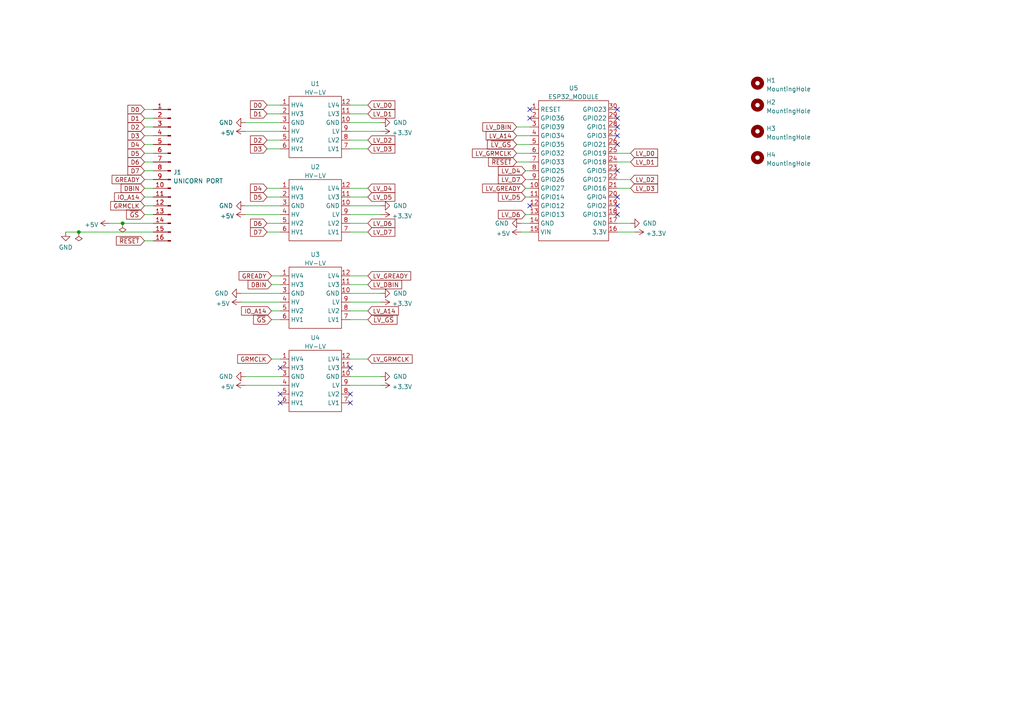
<source format=kicad_sch>
(kicad_sch (version 20211123) (generator eeschema)

  (uuid bf37307a-eae7-482c-96d9-52b8ffc5e320)

  (paper "A4")

  (title_block
    (title "UNICORN GROM REPLACEMENT")
    (date "2022-10-14")
    (rev "V0.5")
  )

  (lib_symbols
    (symbol "CUSTOM_CPU:ESP32_MODULE" (in_bom yes) (on_board yes)
      (property "Reference" "U" (id 0) (at 2.54 6.35 0)
        (effects (font (size 1.27 1.27)))
      )
      (property "Value" "ESP32_MODULE" (id 1) (at 3.81 3.81 0)
        (effects (font (size 1.27 1.27)))
      )
      (property "Footprint" "" (id 2) (at 0 0 0)
        (effects (font (size 1.27 1.27)) hide)
      )
      (property "Datasheet" "" (id 3) (at 0 0 0)
        (effects (font (size 1.27 1.27)) hide)
      )
      (symbol "ESP32_MODULE_0_1"
        (rectangle (start -6.35 2.54) (end 13.97 -38.1)
          (stroke (width 0.1524) (type default) (color 0 0 0 0))
          (fill (type none))
        )
      )
      (symbol "ESP32_MODULE_1_1"
        (pin input line (at -8.89 0 0) (length 2.54)
          (name "RESET" (effects (font (size 1.27 1.27))))
          (number "1" (effects (font (size 1.27 1.27))))
        )
        (pin bidirectional line (at -8.89 -22.86 0) (length 2.54)
          (name "GPIO27" (effects (font (size 1.27 1.27))))
          (number "10" (effects (font (size 1.27 1.27))))
        )
        (pin bidirectional line (at -8.89 -25.4 0) (length 2.54)
          (name "GPIO14" (effects (font (size 1.27 1.27))))
          (number "11" (effects (font (size 1.27 1.27))))
        )
        (pin bidirectional line (at -8.89 -27.94 0) (length 2.54)
          (name "GPIO12" (effects (font (size 1.27 1.27))))
          (number "12" (effects (font (size 1.27 1.27))))
        )
        (pin bidirectional line (at -8.89 -30.48 0) (length 2.54)
          (name "GPIO13" (effects (font (size 1.27 1.27))))
          (number "13" (effects (font (size 1.27 1.27))))
        )
        (pin power_in line (at -8.89 -33.02 0) (length 2.54)
          (name "GND" (effects (font (size 1.27 1.27))))
          (number "14" (effects (font (size 1.27 1.27))))
        )
        (pin power_in line (at -8.89 -35.56 0) (length 2.54)
          (name "VIN" (effects (font (size 1.27 1.27))))
          (number "15" (effects (font (size 1.27 1.27))))
        )
        (pin power_out line (at 16.51 -35.56 180) (length 2.54)
          (name "3.3V" (effects (font (size 1.27 1.27))))
          (number "16" (effects (font (size 1.27 1.27))))
        )
        (pin bidirectional line (at 16.51 -33.02 180) (length 2.54)
          (name "GND" (effects (font (size 1.27 1.27))))
          (number "17" (effects (font (size 1.27 1.27))))
        )
        (pin bidirectional line (at 16.51 -30.48 180) (length 2.54)
          (name "GPIO13" (effects (font (size 1.27 1.27))))
          (number "18" (effects (font (size 1.27 1.27))))
        )
        (pin bidirectional line (at 16.51 -27.94 180) (length 2.54)
          (name "GPIO2" (effects (font (size 1.27 1.27))))
          (number "19" (effects (font (size 1.27 1.27))))
        )
        (pin bidirectional line (at -8.89 -2.54 0) (length 2.54)
          (name "GPIO36" (effects (font (size 1.27 1.27))))
          (number "2" (effects (font (size 1.27 1.27))))
        )
        (pin bidirectional line (at 16.51 -25.4 180) (length 2.54)
          (name "GPIO4" (effects (font (size 1.27 1.27))))
          (number "20" (effects (font (size 1.27 1.27))))
        )
        (pin bidirectional line (at 16.51 -22.86 180) (length 2.54)
          (name "GPIO16" (effects (font (size 1.27 1.27))))
          (number "21" (effects (font (size 1.27 1.27))))
        )
        (pin bidirectional line (at 16.51 -20.32 180) (length 2.54)
          (name "GPIO17" (effects (font (size 1.27 1.27))))
          (number "22" (effects (font (size 1.27 1.27))))
        )
        (pin bidirectional line (at 16.51 -17.78 180) (length 2.54)
          (name "GPIO5" (effects (font (size 1.27 1.27))))
          (number "23" (effects (font (size 1.27 1.27))))
        )
        (pin bidirectional line (at 16.51 -15.24 180) (length 2.54)
          (name "GPIO18" (effects (font (size 1.27 1.27))))
          (number "24" (effects (font (size 1.27 1.27))))
        )
        (pin bidirectional line (at 16.51 -12.7 180) (length 2.54)
          (name "GPIO19" (effects (font (size 1.27 1.27))))
          (number "25" (effects (font (size 1.27 1.27))))
        )
        (pin bidirectional line (at 16.51 -10.16 180) (length 2.54)
          (name "GPIO21" (effects (font (size 1.27 1.27))))
          (number "26" (effects (font (size 1.27 1.27))))
        )
        (pin bidirectional line (at 16.51 -7.62 180) (length 2.54)
          (name "GPIO3" (effects (font (size 1.27 1.27))))
          (number "27" (effects (font (size 1.27 1.27))))
        )
        (pin bidirectional line (at 16.51 -5.08 180) (length 2.54)
          (name "GPIO1" (effects (font (size 1.27 1.27))))
          (number "28" (effects (font (size 1.27 1.27))))
        )
        (pin bidirectional line (at 16.51 -2.54 180) (length 2.54)
          (name "GPIO22" (effects (font (size 1.27 1.27))))
          (number "29" (effects (font (size 1.27 1.27))))
        )
        (pin bidirectional line (at -8.89 -5.08 0) (length 2.54)
          (name "GPIO39" (effects (font (size 1.27 1.27))))
          (number "3" (effects (font (size 1.27 1.27))))
        )
        (pin bidirectional line (at 16.51 0 180) (length 2.54)
          (name "GPIO23" (effects (font (size 1.27 1.27))))
          (number "30" (effects (font (size 1.27 1.27))))
        )
        (pin bidirectional line (at -8.89 -7.62 0) (length 2.54)
          (name "GPIO34" (effects (font (size 1.27 1.27))))
          (number "4" (effects (font (size 1.27 1.27))))
        )
        (pin bidirectional line (at -8.89 -10.16 0) (length 2.54)
          (name "GPIO35" (effects (font (size 1.27 1.27))))
          (number "5" (effects (font (size 1.27 1.27))))
        )
        (pin bidirectional line (at -8.89 -12.7 0) (length 2.54)
          (name "GPIO32" (effects (font (size 1.27 1.27))))
          (number "6" (effects (font (size 1.27 1.27))))
        )
        (pin bidirectional line (at -8.89 -15.24 0) (length 2.54)
          (name "GPIO33" (effects (font (size 1.27 1.27))))
          (number "7" (effects (font (size 1.27 1.27))))
        )
        (pin bidirectional line (at -8.89 -17.78 0) (length 2.54)
          (name "GPIO25" (effects (font (size 1.27 1.27))))
          (number "8" (effects (font (size 1.27 1.27))))
        )
        (pin bidirectional line (at -8.89 -20.32 0) (length 2.54)
          (name "GPIO26" (effects (font (size 1.27 1.27))))
          (number "9" (effects (font (size 1.27 1.27))))
        )
      )
    )
    (symbol "CUSTOM_CPU:HV-LV" (in_bom yes) (on_board yes)
      (property "Reference" "U" (id 0) (at 5.08 11.43 0)
        (effects (font (size 1.27 1.27)))
      )
      (property "Value" "HV-LV" (id 1) (at 5.08 8.89 0)
        (effects (font (size 1.27 1.27)))
      )
      (property "Footprint" "" (id 2) (at 0 -3.81 0)
        (effects (font (size 1.27 1.27)) hide)
      )
      (property "Datasheet" "" (id 3) (at 0 -3.81 0)
        (effects (font (size 1.27 1.27)) hide)
      )
      (symbol "HV-LV_0_1"
        (rectangle (start -2.54 7.62) (end 12.7 -10.16)
          (stroke (width 0.1524) (type default) (color 0 0 0 0))
          (fill (type none))
        )
      )
      (symbol "HV-LV_1_1"
        (pin bidirectional line (at -5.08 5.08 0) (length 2.54)
          (name "HV4" (effects (font (size 1.27 1.27))))
          (number "1" (effects (font (size 1.27 1.27))))
        )
        (pin power_in line (at 15.24 0 180) (length 2.54)
          (name "GND" (effects (font (size 1.27 1.27))))
          (number "10" (effects (font (size 1.27 1.27))))
        )
        (pin bidirectional line (at 15.24 2.54 180) (length 2.54)
          (name "LV3" (effects (font (size 1.27 1.27))))
          (number "11" (effects (font (size 1.27 1.27))))
        )
        (pin bidirectional line (at 15.24 5.08 180) (length 2.54)
          (name "LV4" (effects (font (size 1.27 1.27))))
          (number "12" (effects (font (size 1.27 1.27))))
        )
        (pin bidirectional line (at -5.08 2.54 0) (length 2.54)
          (name "HV3" (effects (font (size 1.27 1.27))))
          (number "2" (effects (font (size 1.27 1.27))))
        )
        (pin power_in line (at -5.08 0 0) (length 2.54)
          (name "GND" (effects (font (size 1.27 1.27))))
          (number "3" (effects (font (size 1.27 1.27))))
        )
        (pin power_in line (at -5.08 -2.54 0) (length 2.54)
          (name "HV" (effects (font (size 1.27 1.27))))
          (number "4" (effects (font (size 1.27 1.27))))
        )
        (pin bidirectional line (at -5.08 -5.08 0) (length 2.54)
          (name "HV2" (effects (font (size 1.27 1.27))))
          (number "5" (effects (font (size 1.27 1.27))))
        )
        (pin bidirectional line (at -5.08 -7.62 0) (length 2.54)
          (name "HV1" (effects (font (size 1.27 1.27))))
          (number "6" (effects (font (size 1.27 1.27))))
        )
        (pin bidirectional line (at 15.24 -7.62 180) (length 2.54)
          (name "LV1" (effects (font (size 1.27 1.27))))
          (number "7" (effects (font (size 1.27 1.27))))
        )
        (pin bidirectional line (at 15.24 -5.08 180) (length 2.54)
          (name "LV2" (effects (font (size 1.27 1.27))))
          (number "8" (effects (font (size 1.27 1.27))))
        )
        (pin power_in line (at 15.24 -2.54 180) (length 2.54)
          (name "LV" (effects (font (size 1.27 1.27))))
          (number "9" (effects (font (size 1.27 1.27))))
        )
      )
    )
    (symbol "Connector:Conn_01x16_Male" (pin_names (offset 1.016) hide) (in_bom yes) (on_board yes)
      (property "Reference" "J" (id 0) (at 0 20.32 0)
        (effects (font (size 1.27 1.27)))
      )
      (property "Value" "Conn_01x16_Male" (id 1) (at 0 -22.86 0)
        (effects (font (size 1.27 1.27)))
      )
      (property "Footprint" "" (id 2) (at 0 0 0)
        (effects (font (size 1.27 1.27)) hide)
      )
      (property "Datasheet" "~" (id 3) (at 0 0 0)
        (effects (font (size 1.27 1.27)) hide)
      )
      (property "ki_keywords" "connector" (id 4) (at 0 0 0)
        (effects (font (size 1.27 1.27)) hide)
      )
      (property "ki_description" "Generic connector, single row, 01x16, script generated (kicad-library-utils/schlib/autogen/connector/)" (id 5) (at 0 0 0)
        (effects (font (size 1.27 1.27)) hide)
      )
      (property "ki_fp_filters" "Connector*:*_1x??_*" (id 6) (at 0 0 0)
        (effects (font (size 1.27 1.27)) hide)
      )
      (symbol "Conn_01x16_Male_1_1"
        (polyline
          (pts
            (xy 1.27 -20.32)
            (xy 0.8636 -20.32)
          )
          (stroke (width 0.1524) (type default) (color 0 0 0 0))
          (fill (type none))
        )
        (polyline
          (pts
            (xy 1.27 -17.78)
            (xy 0.8636 -17.78)
          )
          (stroke (width 0.1524) (type default) (color 0 0 0 0))
          (fill (type none))
        )
        (polyline
          (pts
            (xy 1.27 -15.24)
            (xy 0.8636 -15.24)
          )
          (stroke (width 0.1524) (type default) (color 0 0 0 0))
          (fill (type none))
        )
        (polyline
          (pts
            (xy 1.27 -12.7)
            (xy 0.8636 -12.7)
          )
          (stroke (width 0.1524) (type default) (color 0 0 0 0))
          (fill (type none))
        )
        (polyline
          (pts
            (xy 1.27 -10.16)
            (xy 0.8636 -10.16)
          )
          (stroke (width 0.1524) (type default) (color 0 0 0 0))
          (fill (type none))
        )
        (polyline
          (pts
            (xy 1.27 -7.62)
            (xy 0.8636 -7.62)
          )
          (stroke (width 0.1524) (type default) (color 0 0 0 0))
          (fill (type none))
        )
        (polyline
          (pts
            (xy 1.27 -5.08)
            (xy 0.8636 -5.08)
          )
          (stroke (width 0.1524) (type default) (color 0 0 0 0))
          (fill (type none))
        )
        (polyline
          (pts
            (xy 1.27 -2.54)
            (xy 0.8636 -2.54)
          )
          (stroke (width 0.1524) (type default) (color 0 0 0 0))
          (fill (type none))
        )
        (polyline
          (pts
            (xy 1.27 0)
            (xy 0.8636 0)
          )
          (stroke (width 0.1524) (type default) (color 0 0 0 0))
          (fill (type none))
        )
        (polyline
          (pts
            (xy 1.27 2.54)
            (xy 0.8636 2.54)
          )
          (stroke (width 0.1524) (type default) (color 0 0 0 0))
          (fill (type none))
        )
        (polyline
          (pts
            (xy 1.27 5.08)
            (xy 0.8636 5.08)
          )
          (stroke (width 0.1524) (type default) (color 0 0 0 0))
          (fill (type none))
        )
        (polyline
          (pts
            (xy 1.27 7.62)
            (xy 0.8636 7.62)
          )
          (stroke (width 0.1524) (type default) (color 0 0 0 0))
          (fill (type none))
        )
        (polyline
          (pts
            (xy 1.27 10.16)
            (xy 0.8636 10.16)
          )
          (stroke (width 0.1524) (type default) (color 0 0 0 0))
          (fill (type none))
        )
        (polyline
          (pts
            (xy 1.27 12.7)
            (xy 0.8636 12.7)
          )
          (stroke (width 0.1524) (type default) (color 0 0 0 0))
          (fill (type none))
        )
        (polyline
          (pts
            (xy 1.27 15.24)
            (xy 0.8636 15.24)
          )
          (stroke (width 0.1524) (type default) (color 0 0 0 0))
          (fill (type none))
        )
        (polyline
          (pts
            (xy 1.27 17.78)
            (xy 0.8636 17.78)
          )
          (stroke (width 0.1524) (type default) (color 0 0 0 0))
          (fill (type none))
        )
        (rectangle (start 0.8636 -20.193) (end 0 -20.447)
          (stroke (width 0.1524) (type default) (color 0 0 0 0))
          (fill (type outline))
        )
        (rectangle (start 0.8636 -17.653) (end 0 -17.907)
          (stroke (width 0.1524) (type default) (color 0 0 0 0))
          (fill (type outline))
        )
        (rectangle (start 0.8636 -15.113) (end 0 -15.367)
          (stroke (width 0.1524) (type default) (color 0 0 0 0))
          (fill (type outline))
        )
        (rectangle (start 0.8636 -12.573) (end 0 -12.827)
          (stroke (width 0.1524) (type default) (color 0 0 0 0))
          (fill (type outline))
        )
        (rectangle (start 0.8636 -10.033) (end 0 -10.287)
          (stroke (width 0.1524) (type default) (color 0 0 0 0))
          (fill (type outline))
        )
        (rectangle (start 0.8636 -7.493) (end 0 -7.747)
          (stroke (width 0.1524) (type default) (color 0 0 0 0))
          (fill (type outline))
        )
        (rectangle (start 0.8636 -4.953) (end 0 -5.207)
          (stroke (width 0.1524) (type default) (color 0 0 0 0))
          (fill (type outline))
        )
        (rectangle (start 0.8636 -2.413) (end 0 -2.667)
          (stroke (width 0.1524) (type default) (color 0 0 0 0))
          (fill (type outline))
        )
        (rectangle (start 0.8636 0.127) (end 0 -0.127)
          (stroke (width 0.1524) (type default) (color 0 0 0 0))
          (fill (type outline))
        )
        (rectangle (start 0.8636 2.667) (end 0 2.413)
          (stroke (width 0.1524) (type default) (color 0 0 0 0))
          (fill (type outline))
        )
        (rectangle (start 0.8636 5.207) (end 0 4.953)
          (stroke (width 0.1524) (type default) (color 0 0 0 0))
          (fill (type outline))
        )
        (rectangle (start 0.8636 7.747) (end 0 7.493)
          (stroke (width 0.1524) (type default) (color 0 0 0 0))
          (fill (type outline))
        )
        (rectangle (start 0.8636 10.287) (end 0 10.033)
          (stroke (width 0.1524) (type default) (color 0 0 0 0))
          (fill (type outline))
        )
        (rectangle (start 0.8636 12.827) (end 0 12.573)
          (stroke (width 0.1524) (type default) (color 0 0 0 0))
          (fill (type outline))
        )
        (rectangle (start 0.8636 15.367) (end 0 15.113)
          (stroke (width 0.1524) (type default) (color 0 0 0 0))
          (fill (type outline))
        )
        (rectangle (start 0.8636 17.907) (end 0 17.653)
          (stroke (width 0.1524) (type default) (color 0 0 0 0))
          (fill (type outline))
        )
        (pin passive line (at 5.08 17.78 180) (length 3.81)
          (name "Pin_1" (effects (font (size 1.27 1.27))))
          (number "1" (effects (font (size 1.27 1.27))))
        )
        (pin passive line (at 5.08 -5.08 180) (length 3.81)
          (name "Pin_10" (effects (font (size 1.27 1.27))))
          (number "10" (effects (font (size 1.27 1.27))))
        )
        (pin passive line (at 5.08 -7.62 180) (length 3.81)
          (name "Pin_11" (effects (font (size 1.27 1.27))))
          (number "11" (effects (font (size 1.27 1.27))))
        )
        (pin passive line (at 5.08 -10.16 180) (length 3.81)
          (name "Pin_12" (effects (font (size 1.27 1.27))))
          (number "12" (effects (font (size 1.27 1.27))))
        )
        (pin passive line (at 5.08 -12.7 180) (length 3.81)
          (name "Pin_13" (effects (font (size 1.27 1.27))))
          (number "13" (effects (font (size 1.27 1.27))))
        )
        (pin passive line (at 5.08 -15.24 180) (length 3.81)
          (name "Pin_14" (effects (font (size 1.27 1.27))))
          (number "14" (effects (font (size 1.27 1.27))))
        )
        (pin passive line (at 5.08 -17.78 180) (length 3.81)
          (name "Pin_15" (effects (font (size 1.27 1.27))))
          (number "15" (effects (font (size 1.27 1.27))))
        )
        (pin passive line (at 5.08 -20.32 180) (length 3.81)
          (name "Pin_16" (effects (font (size 1.27 1.27))))
          (number "16" (effects (font (size 1.27 1.27))))
        )
        (pin passive line (at 5.08 15.24 180) (length 3.81)
          (name "Pin_2" (effects (font (size 1.27 1.27))))
          (number "2" (effects (font (size 1.27 1.27))))
        )
        (pin passive line (at 5.08 12.7 180) (length 3.81)
          (name "Pin_3" (effects (font (size 1.27 1.27))))
          (number "3" (effects (font (size 1.27 1.27))))
        )
        (pin passive line (at 5.08 10.16 180) (length 3.81)
          (name "Pin_4" (effects (font (size 1.27 1.27))))
          (number "4" (effects (font (size 1.27 1.27))))
        )
        (pin passive line (at 5.08 7.62 180) (length 3.81)
          (name "Pin_5" (effects (font (size 1.27 1.27))))
          (number "5" (effects (font (size 1.27 1.27))))
        )
        (pin passive line (at 5.08 5.08 180) (length 3.81)
          (name "Pin_6" (effects (font (size 1.27 1.27))))
          (number "6" (effects (font (size 1.27 1.27))))
        )
        (pin passive line (at 5.08 2.54 180) (length 3.81)
          (name "Pin_7" (effects (font (size 1.27 1.27))))
          (number "7" (effects (font (size 1.27 1.27))))
        )
        (pin passive line (at 5.08 0 180) (length 3.81)
          (name "Pin_8" (effects (font (size 1.27 1.27))))
          (number "8" (effects (font (size 1.27 1.27))))
        )
        (pin passive line (at 5.08 -2.54 180) (length 3.81)
          (name "Pin_9" (effects (font (size 1.27 1.27))))
          (number "9" (effects (font (size 1.27 1.27))))
        )
      )
    )
    (symbol "Mechanical:MountingHole" (pin_names (offset 1.016)) (in_bom yes) (on_board yes)
      (property "Reference" "H" (id 0) (at 0 5.08 0)
        (effects (font (size 1.27 1.27)))
      )
      (property "Value" "MountingHole" (id 1) (at 0 3.175 0)
        (effects (font (size 1.27 1.27)))
      )
      (property "Footprint" "" (id 2) (at 0 0 0)
        (effects (font (size 1.27 1.27)) hide)
      )
      (property "Datasheet" "~" (id 3) (at 0 0 0)
        (effects (font (size 1.27 1.27)) hide)
      )
      (property "ki_keywords" "mounting hole" (id 4) (at 0 0 0)
        (effects (font (size 1.27 1.27)) hide)
      )
      (property "ki_description" "Mounting Hole without connection" (id 5) (at 0 0 0)
        (effects (font (size 1.27 1.27)) hide)
      )
      (property "ki_fp_filters" "MountingHole*" (id 6) (at 0 0 0)
        (effects (font (size 1.27 1.27)) hide)
      )
      (symbol "MountingHole_0_1"
        (circle (center 0 0) (radius 1.27)
          (stroke (width 1.27) (type default) (color 0 0 0 0))
          (fill (type none))
        )
      )
    )
    (symbol "power:+3.3V" (power) (pin_names (offset 0)) (in_bom yes) (on_board yes)
      (property "Reference" "#PWR" (id 0) (at 0 -3.81 0)
        (effects (font (size 1.27 1.27)) hide)
      )
      (property "Value" "+3.3V" (id 1) (at 0 3.556 0)
        (effects (font (size 1.27 1.27)))
      )
      (property "Footprint" "" (id 2) (at 0 0 0)
        (effects (font (size 1.27 1.27)) hide)
      )
      (property "Datasheet" "" (id 3) (at 0 0 0)
        (effects (font (size 1.27 1.27)) hide)
      )
      (property "ki_keywords" "power-flag" (id 4) (at 0 0 0)
        (effects (font (size 1.27 1.27)) hide)
      )
      (property "ki_description" "Power symbol creates a global label with name \"+3.3V\"" (id 5) (at 0 0 0)
        (effects (font (size 1.27 1.27)) hide)
      )
      (symbol "+3.3V_0_1"
        (polyline
          (pts
            (xy -0.762 1.27)
            (xy 0 2.54)
          )
          (stroke (width 0) (type default) (color 0 0 0 0))
          (fill (type none))
        )
        (polyline
          (pts
            (xy 0 0)
            (xy 0 2.54)
          )
          (stroke (width 0) (type default) (color 0 0 0 0))
          (fill (type none))
        )
        (polyline
          (pts
            (xy 0 2.54)
            (xy 0.762 1.27)
          )
          (stroke (width 0) (type default) (color 0 0 0 0))
          (fill (type none))
        )
      )
      (symbol "+3.3V_1_1"
        (pin power_in line (at 0 0 90) (length 0) hide
          (name "+3.3V" (effects (font (size 1.27 1.27))))
          (number "1" (effects (font (size 1.27 1.27))))
        )
      )
    )
    (symbol "power:+5V" (power) (pin_names (offset 0)) (in_bom yes) (on_board yes)
      (property "Reference" "#PWR" (id 0) (at 0 -3.81 0)
        (effects (font (size 1.27 1.27)) hide)
      )
      (property "Value" "+5V" (id 1) (at 0 3.556 0)
        (effects (font (size 1.27 1.27)))
      )
      (property "Footprint" "" (id 2) (at 0 0 0)
        (effects (font (size 1.27 1.27)) hide)
      )
      (property "Datasheet" "" (id 3) (at 0 0 0)
        (effects (font (size 1.27 1.27)) hide)
      )
      (property "ki_keywords" "power-flag" (id 4) (at 0 0 0)
        (effects (font (size 1.27 1.27)) hide)
      )
      (property "ki_description" "Power symbol creates a global label with name \"+5V\"" (id 5) (at 0 0 0)
        (effects (font (size 1.27 1.27)) hide)
      )
      (symbol "+5V_0_1"
        (polyline
          (pts
            (xy -0.762 1.27)
            (xy 0 2.54)
          )
          (stroke (width 0) (type default) (color 0 0 0 0))
          (fill (type none))
        )
        (polyline
          (pts
            (xy 0 0)
            (xy 0 2.54)
          )
          (stroke (width 0) (type default) (color 0 0 0 0))
          (fill (type none))
        )
        (polyline
          (pts
            (xy 0 2.54)
            (xy 0.762 1.27)
          )
          (stroke (width 0) (type default) (color 0 0 0 0))
          (fill (type none))
        )
      )
      (symbol "+5V_1_1"
        (pin power_in line (at 0 0 90) (length 0) hide
          (name "+5V" (effects (font (size 1.27 1.27))))
          (number "1" (effects (font (size 1.27 1.27))))
        )
      )
    )
    (symbol "power:GND" (power) (pin_names (offset 0)) (in_bom yes) (on_board yes)
      (property "Reference" "#PWR" (id 0) (at 0 -6.35 0)
        (effects (font (size 1.27 1.27)) hide)
      )
      (property "Value" "GND" (id 1) (at 0 -3.81 0)
        (effects (font (size 1.27 1.27)))
      )
      (property "Footprint" "" (id 2) (at 0 0 0)
        (effects (font (size 1.27 1.27)) hide)
      )
      (property "Datasheet" "" (id 3) (at 0 0 0)
        (effects (font (size 1.27 1.27)) hide)
      )
      (property "ki_keywords" "power-flag" (id 4) (at 0 0 0)
        (effects (font (size 1.27 1.27)) hide)
      )
      (property "ki_description" "Power symbol creates a global label with name \"GND\" , ground" (id 5) (at 0 0 0)
        (effects (font (size 1.27 1.27)) hide)
      )
      (symbol "GND_0_1"
        (polyline
          (pts
            (xy 0 0)
            (xy 0 -1.27)
            (xy 1.27 -1.27)
            (xy 0 -2.54)
            (xy -1.27 -1.27)
            (xy 0 -1.27)
          )
          (stroke (width 0) (type default) (color 0 0 0 0))
          (fill (type none))
        )
      )
      (symbol "GND_1_1"
        (pin power_in line (at 0 0 270) (length 0) hide
          (name "GND" (effects (font (size 1.27 1.27))))
          (number "1" (effects (font (size 1.27 1.27))))
        )
      )
    )
    (symbol "power:PWR_FLAG" (power) (pin_numbers hide) (pin_names (offset 0) hide) (in_bom yes) (on_board yes)
      (property "Reference" "#FLG" (id 0) (at 0 1.905 0)
        (effects (font (size 1.27 1.27)) hide)
      )
      (property "Value" "PWR_FLAG" (id 1) (at 0 3.81 0)
        (effects (font (size 1.27 1.27)))
      )
      (property "Footprint" "" (id 2) (at 0 0 0)
        (effects (font (size 1.27 1.27)) hide)
      )
      (property "Datasheet" "~" (id 3) (at 0 0 0)
        (effects (font (size 1.27 1.27)) hide)
      )
      (property "ki_keywords" "power-flag" (id 4) (at 0 0 0)
        (effects (font (size 1.27 1.27)) hide)
      )
      (property "ki_description" "Special symbol for telling ERC where power comes from" (id 5) (at 0 0 0)
        (effects (font (size 1.27 1.27)) hide)
      )
      (symbol "PWR_FLAG_0_0"
        (pin power_out line (at 0 0 90) (length 0)
          (name "pwr" (effects (font (size 1.27 1.27))))
          (number "1" (effects (font (size 1.27 1.27))))
        )
      )
      (symbol "PWR_FLAG_0_1"
        (polyline
          (pts
            (xy 0 0)
            (xy 0 1.27)
            (xy -1.016 1.905)
            (xy 0 2.54)
            (xy 1.016 1.905)
            (xy 0 1.27)
          )
          (stroke (width 0) (type default) (color 0 0 0 0))
          (fill (type none))
        )
      )
    )
  )

  (junction (at 35.56 64.77) (diameter 0) (color 0 0 0 0)
    (uuid 171a7dec-8311-4eea-8044-60a03d87732d)
  )
  (junction (at 22.86 67.31) (diameter 0) (color 0 0 0 0)
    (uuid c3e15195-f307-41c8-8503-77e08b95e4a6)
  )

  (no_connect (at 81.28 106.68) (uuid 164ba479-b322-4fc6-91ef-eba37b0c3d15))
  (no_connect (at 101.6 106.68) (uuid a1ec22c2-6543-4f48-8aa9-c1e555accba8))
  (no_connect (at 101.6 114.3) (uuid a1ec22c2-6543-4f48-8aa9-c1e555accba9))
  (no_connect (at 101.6 116.84) (uuid a1ec22c2-6543-4f48-8aa9-c1e555accbaa))
  (no_connect (at 81.28 116.84) (uuid a1ec22c2-6543-4f48-8aa9-c1e555accbab))
  (no_connect (at 81.28 114.3) (uuid a1ec22c2-6543-4f48-8aa9-c1e555accbac))
  (no_connect (at 179.07 41.91) (uuid ec4088f8-e640-41a4-bc04-b2c7dea99d24))
  (no_connect (at 179.07 49.53) (uuid ec4088f8-e640-41a4-bc04-b2c7dea99d25))
  (no_connect (at 153.67 59.69) (uuid ec4088f8-e640-41a4-bc04-b2c7dea99d26))
  (no_connect (at 179.07 62.23) (uuid ec4088f8-e640-41a4-bc04-b2c7dea99d27))
  (no_connect (at 153.67 34.29) (uuid ec4088f8-e640-41a4-bc04-b2c7dea99d28))
  (no_connect (at 153.67 31.75) (uuid ec4088f8-e640-41a4-bc04-b2c7dea99d2a))
  (no_connect (at 179.07 31.75) (uuid ec4088f8-e640-41a4-bc04-b2c7dea99d2b))
  (no_connect (at 179.07 34.29) (uuid ec4088f8-e640-41a4-bc04-b2c7dea99d2c))
  (no_connect (at 179.07 36.83) (uuid ec4088f8-e640-41a4-bc04-b2c7dea99d2d))
  (no_connect (at 179.07 39.37) (uuid ec4088f8-e640-41a4-bc04-b2c7dea99d2e))
  (no_connect (at 179.07 57.15) (uuid ec4088f8-e640-41a4-bc04-b2c7dea99d2f))
  (no_connect (at 179.07 59.69) (uuid ec4088f8-e640-41a4-bc04-b2c7dea99d30))

  (wire (pts (xy 22.86 67.31) (xy 44.45 67.31))
    (stroke (width 0) (type default) (color 0 0 0 0))
    (uuid 05603dc8-44d6-4498-a96f-3398610bc104)
  )
  (wire (pts (xy 101.6 64.77) (xy 106.68 64.77))
    (stroke (width 0) (type default) (color 0 0 0 0))
    (uuid 0680cdc4-4603-4fed-b3ce-dc27b150af0a)
  )
  (wire (pts (xy 101.6 67.31) (xy 106.68 67.31))
    (stroke (width 0) (type default) (color 0 0 0 0))
    (uuid 082b01d8-8f76-4aaf-836d-64431af5ba3a)
  )
  (wire (pts (xy 71.12 111.76) (xy 81.28 111.76))
    (stroke (width 0) (type default) (color 0 0 0 0))
    (uuid 093e7fe3-b0ba-4a4f-a7e1-04294123bdfe)
  )
  (wire (pts (xy 101.6 54.61) (xy 106.68 54.61))
    (stroke (width 0) (type default) (color 0 0 0 0))
    (uuid 0e16d35b-dc12-46fa-83e5-276104d1ba81)
  )
  (wire (pts (xy 149.86 44.45) (xy 153.67 44.45))
    (stroke (width 0) (type default) (color 0 0 0 0))
    (uuid 0e48c5c1-88ac-4fe2-b645-539681a44ac5)
  )
  (wire (pts (xy 179.07 44.45) (xy 182.88 44.45))
    (stroke (width 0) (type default) (color 0 0 0 0))
    (uuid 0fe2d39b-a841-4757-aac4-d9cb1ae3d0c6)
  )
  (wire (pts (xy 179.07 64.77) (xy 182.88 64.77))
    (stroke (width 0) (type default) (color 0 0 0 0))
    (uuid 12f93427-d236-4851-b3d0-4bacdc36d7ec)
  )
  (wire (pts (xy 41.91 57.15) (xy 44.45 57.15))
    (stroke (width 0) (type default) (color 0 0 0 0))
    (uuid 13c10027-aed9-43d1-a147-69794a0f3643)
  )
  (wire (pts (xy 101.6 109.22) (xy 110.49 109.22))
    (stroke (width 0) (type default) (color 0 0 0 0))
    (uuid 1533de99-ff1e-480e-81ec-a36516305255)
  )
  (wire (pts (xy 77.47 64.77) (xy 81.28 64.77))
    (stroke (width 0) (type default) (color 0 0 0 0))
    (uuid 15e39b4c-b793-464e-90ef-d9841acc4188)
  )
  (wire (pts (xy 179.07 67.31) (xy 184.15 67.31))
    (stroke (width 0) (type default) (color 0 0 0 0))
    (uuid 160cb72d-3cdc-4884-9651-e70e5aa207c7)
  )
  (wire (pts (xy 77.47 54.61) (xy 81.28 54.61))
    (stroke (width 0) (type default) (color 0 0 0 0))
    (uuid 170599a9-3c49-4dd0-a18c-567ed625e25d)
  )
  (wire (pts (xy 41.91 44.45) (xy 44.45 44.45))
    (stroke (width 0) (type default) (color 0 0 0 0))
    (uuid 1e978641-3218-4ea1-94ac-72775cde85b7)
  )
  (wire (pts (xy 41.91 41.91) (xy 44.45 41.91))
    (stroke (width 0) (type default) (color 0 0 0 0))
    (uuid 273baab1-e439-4050-87f8-240f4cd086f2)
  )
  (wire (pts (xy 179.07 46.99) (xy 182.88 46.99))
    (stroke (width 0) (type default) (color 0 0 0 0))
    (uuid 28649b3f-fd55-4a4c-9bfe-f6ecbccdf2ed)
  )
  (wire (pts (xy 69.85 87.63) (xy 81.28 87.63))
    (stroke (width 0) (type default) (color 0 0 0 0))
    (uuid 2af59ebd-9265-4bca-a0f2-c377f6571a73)
  )
  (wire (pts (xy 77.47 40.64) (xy 81.28 40.64))
    (stroke (width 0) (type default) (color 0 0 0 0))
    (uuid 30bb0cd2-7fb1-464e-a931-fbd29dae69c4)
  )
  (wire (pts (xy 78.74 90.17) (xy 81.28 90.17))
    (stroke (width 0) (type default) (color 0 0 0 0))
    (uuid 313f9535-3a44-4a1e-a2cc-38b6ea001d5e)
  )
  (wire (pts (xy 71.12 109.22) (xy 81.28 109.22))
    (stroke (width 0) (type default) (color 0 0 0 0))
    (uuid 388635e5-1089-46de-ac48-d95e5b7aeb0b)
  )
  (wire (pts (xy 41.91 49.53) (xy 44.45 49.53))
    (stroke (width 0) (type default) (color 0 0 0 0))
    (uuid 3cdda32a-b8a6-45c2-9be1-ddb20efab2d4)
  )
  (wire (pts (xy 101.6 80.01) (xy 106.68 80.01))
    (stroke (width 0) (type default) (color 0 0 0 0))
    (uuid 45b1c2f4-aff2-4d90-90f5-dc08e381a9cd)
  )
  (wire (pts (xy 41.91 69.85) (xy 44.45 69.85))
    (stroke (width 0) (type default) (color 0 0 0 0))
    (uuid 4b5c36de-847b-4279-b463-bc1d507b6f89)
  )
  (wire (pts (xy 71.12 59.69) (xy 81.28 59.69))
    (stroke (width 0) (type default) (color 0 0 0 0))
    (uuid 4ba49e9c-bf94-400b-a395-3c8e6218021e)
  )
  (wire (pts (xy 19.05 67.31) (xy 22.86 67.31))
    (stroke (width 0) (type default) (color 0 0 0 0))
    (uuid 513d7e70-81be-4ace-80f7-ae37b7b801da)
  )
  (wire (pts (xy 152.4 62.23) (xy 153.67 62.23))
    (stroke (width 0) (type default) (color 0 0 0 0))
    (uuid 52c68775-48fd-4ce1-9c2e-20ea879d8eee)
  )
  (wire (pts (xy 101.6 85.09) (xy 110.49 85.09))
    (stroke (width 0) (type default) (color 0 0 0 0))
    (uuid 5324a7f1-712e-466d-b126-7b05079965e8)
  )
  (wire (pts (xy 151.13 64.77) (xy 153.67 64.77))
    (stroke (width 0) (type default) (color 0 0 0 0))
    (uuid 54625f2f-e200-4f87-b444-509f99d14b82)
  )
  (wire (pts (xy 101.6 33.02) (xy 106.68 33.02))
    (stroke (width 0) (type default) (color 0 0 0 0))
    (uuid 5631d8d8-c86c-4356-8a92-17141c9f493f)
  )
  (wire (pts (xy 41.91 59.69) (xy 44.45 59.69))
    (stroke (width 0) (type default) (color 0 0 0 0))
    (uuid 5f6cc9c5-c3a5-464a-a826-03290b3c6776)
  )
  (wire (pts (xy 31.75 64.77) (xy 35.56 64.77))
    (stroke (width 0) (type default) (color 0 0 0 0))
    (uuid 62eecdf2-da75-405f-af89-870628594811)
  )
  (wire (pts (xy 41.91 54.61) (xy 44.45 54.61))
    (stroke (width 0) (type default) (color 0 0 0 0))
    (uuid 661dfb98-e65f-4ab3-91a5-b1c8739d787e)
  )
  (wire (pts (xy 41.91 36.83) (xy 44.45 36.83))
    (stroke (width 0) (type default) (color 0 0 0 0))
    (uuid 6a7b6cfc-e368-46c0-844e-75de21cd4555)
  )
  (wire (pts (xy 149.86 41.91) (xy 153.67 41.91))
    (stroke (width 0) (type default) (color 0 0 0 0))
    (uuid 70287785-3fab-4694-9469-599c14f92638)
  )
  (wire (pts (xy 41.91 39.37) (xy 44.45 39.37))
    (stroke (width 0) (type default) (color 0 0 0 0))
    (uuid 75aab56f-867f-4f8d-ac62-62879a06ed77)
  )
  (wire (pts (xy 71.12 62.23) (xy 81.28 62.23))
    (stroke (width 0) (type default) (color 0 0 0 0))
    (uuid 79b9f431-e240-4933-8d06-475fbbdc3230)
  )
  (wire (pts (xy 71.12 38.1) (xy 81.28 38.1))
    (stroke (width 0) (type default) (color 0 0 0 0))
    (uuid 7a77ca5e-ee4d-4d73-8ca5-371c646fecda)
  )
  (wire (pts (xy 101.6 62.23) (xy 110.49 62.23))
    (stroke (width 0) (type default) (color 0 0 0 0))
    (uuid 80b2298f-0385-4b73-9f48-5930e91622fc)
  )
  (wire (pts (xy 101.6 82.55) (xy 106.68 82.55))
    (stroke (width 0) (type default) (color 0 0 0 0))
    (uuid 8266ebf3-97b3-4ffd-91be-22adbf0d1af1)
  )
  (wire (pts (xy 101.6 40.64) (xy 106.68 40.64))
    (stroke (width 0) (type default) (color 0 0 0 0))
    (uuid 89b478de-44e9-48ce-babe-9fc6ce79f4a1)
  )
  (wire (pts (xy 78.74 80.01) (xy 81.28 80.01))
    (stroke (width 0) (type default) (color 0 0 0 0))
    (uuid 8b419149-bbaa-4f8f-a5dd-140feb6b4505)
  )
  (wire (pts (xy 101.6 104.14) (xy 106.68 104.14))
    (stroke (width 0) (type default) (color 0 0 0 0))
    (uuid 8c4a9b79-7dbc-469f-a9bb-e504c64b9bfa)
  )
  (wire (pts (xy 77.47 67.31) (xy 81.28 67.31))
    (stroke (width 0) (type default) (color 0 0 0 0))
    (uuid 8d8d9fc1-f9a7-483b-9d1c-1bf9bd82499c)
  )
  (wire (pts (xy 179.07 52.07) (xy 182.88 52.07))
    (stroke (width 0) (type default) (color 0 0 0 0))
    (uuid 8e8d6f02-d1cd-4ca6-a70b-13ab737a9abf)
  )
  (wire (pts (xy 35.56 64.77) (xy 44.45 64.77))
    (stroke (width 0) (type default) (color 0 0 0 0))
    (uuid 8eff1322-3230-4209-8bde-f29a30802ee2)
  )
  (wire (pts (xy 101.6 92.71) (xy 106.68 92.71))
    (stroke (width 0) (type default) (color 0 0 0 0))
    (uuid 930abf30-a839-4387-83f0-6749ce6431f5)
  )
  (wire (pts (xy 152.4 57.15) (xy 153.67 57.15))
    (stroke (width 0) (type default) (color 0 0 0 0))
    (uuid 94c417f2-096d-4528-9129-119ea24a111f)
  )
  (wire (pts (xy 101.6 35.56) (xy 110.49 35.56))
    (stroke (width 0) (type default) (color 0 0 0 0))
    (uuid a16a3050-220f-42c7-b2e3-65e7c0cc0460)
  )
  (wire (pts (xy 101.6 30.48) (xy 106.68 30.48))
    (stroke (width 0) (type default) (color 0 0 0 0))
    (uuid a2b29808-ce86-4d1d-a2de-fc02ba204612)
  )
  (wire (pts (xy 101.6 38.1) (xy 110.49 38.1))
    (stroke (width 0) (type default) (color 0 0 0 0))
    (uuid a6ec5e88-a5d0-4bb0-af51-596a31ece4b3)
  )
  (wire (pts (xy 101.6 43.18) (xy 106.68 43.18))
    (stroke (width 0) (type default) (color 0 0 0 0))
    (uuid ab0d2a97-3446-4c90-bcba-36fc94c4891a)
  )
  (wire (pts (xy 152.4 49.53) (xy 153.67 49.53))
    (stroke (width 0) (type default) (color 0 0 0 0))
    (uuid abdf6e56-75d2-4488-bf87-dd747ae33a48)
  )
  (wire (pts (xy 152.4 54.61) (xy 153.67 54.61))
    (stroke (width 0) (type default) (color 0 0 0 0))
    (uuid b2a599a0-d426-4830-abb5-efafebbb7d9f)
  )
  (wire (pts (xy 78.74 104.14) (xy 81.28 104.14))
    (stroke (width 0) (type default) (color 0 0 0 0))
    (uuid b6ea0c12-f5bd-41c2-8df3-fa22ba13d3f5)
  )
  (wire (pts (xy 101.6 111.76) (xy 110.49 111.76))
    (stroke (width 0) (type default) (color 0 0 0 0))
    (uuid b770b5a5-877b-4f32-be45-c7e5e3ddcbb1)
  )
  (wire (pts (xy 77.47 33.02) (xy 81.28 33.02))
    (stroke (width 0) (type default) (color 0 0 0 0))
    (uuid bd331471-ab04-4cc1-9f6c-9988fffcf71d)
  )
  (wire (pts (xy 78.74 82.55) (xy 81.28 82.55))
    (stroke (width 0) (type default) (color 0 0 0 0))
    (uuid bfa1f450-ade0-48cc-966a-13465c5a3d3d)
  )
  (wire (pts (xy 71.12 35.56) (xy 81.28 35.56))
    (stroke (width 0) (type default) (color 0 0 0 0))
    (uuid bfafb26e-c118-41c4-98fd-eb7d06f9a393)
  )
  (wire (pts (xy 41.91 34.29) (xy 44.45 34.29))
    (stroke (width 0) (type default) (color 0 0 0 0))
    (uuid c56c6638-aadf-47f8-b1a1-2a8b51793676)
  )
  (wire (pts (xy 78.74 92.71) (xy 81.28 92.71))
    (stroke (width 0) (type default) (color 0 0 0 0))
    (uuid c68e97c7-1b4a-443f-aabb-56d5065d805f)
  )
  (wire (pts (xy 41.91 46.99) (xy 44.45 46.99))
    (stroke (width 0) (type default) (color 0 0 0 0))
    (uuid cc3bc913-532e-4ced-a0da-c4f59804e4cb)
  )
  (wire (pts (xy 149.86 39.37) (xy 153.67 39.37))
    (stroke (width 0) (type default) (color 0 0 0 0))
    (uuid cf7f996a-6949-433a-8693-8e6f81bf8e99)
  )
  (wire (pts (xy 101.6 57.15) (xy 106.68 57.15))
    (stroke (width 0) (type default) (color 0 0 0 0))
    (uuid d393d88e-e874-47e1-8165-ce6009c38471)
  )
  (wire (pts (xy 41.91 62.23) (xy 44.45 62.23))
    (stroke (width 0) (type default) (color 0 0 0 0))
    (uuid d64719c2-56b5-4bad-9f4d-e50d6408ce57)
  )
  (wire (pts (xy 179.07 54.61) (xy 182.88 54.61))
    (stroke (width 0) (type default) (color 0 0 0 0))
    (uuid d6f0cb12-0d2e-4234-8998-c4aef5f00e7a)
  )
  (wire (pts (xy 101.6 87.63) (xy 110.49 87.63))
    (stroke (width 0) (type default) (color 0 0 0 0))
    (uuid d75c44d3-2047-453b-a531-4d66e434bdf9)
  )
  (wire (pts (xy 41.91 52.07) (xy 44.45 52.07))
    (stroke (width 0) (type default) (color 0 0 0 0))
    (uuid daaade6b-6498-41b0-8625-92388090b5dc)
  )
  (wire (pts (xy 149.86 36.83) (xy 153.67 36.83))
    (stroke (width 0) (type default) (color 0 0 0 0))
    (uuid dd4e4133-9d67-4fa2-8390-b823f142f1c6)
  )
  (wire (pts (xy 101.6 59.69) (xy 110.49 59.69))
    (stroke (width 0) (type default) (color 0 0 0 0))
    (uuid dd55242e-e447-4a33-9da7-5de6e1bbb115)
  )
  (wire (pts (xy 41.91 31.75) (xy 44.45 31.75))
    (stroke (width 0) (type default) (color 0 0 0 0))
    (uuid df138321-6cdf-42ac-a98e-fe8224202c3e)
  )
  (wire (pts (xy 101.6 90.17) (xy 106.68 90.17))
    (stroke (width 0) (type default) (color 0 0 0 0))
    (uuid df4aa472-d8b5-4890-9be8-9aba34d3aa69)
  )
  (wire (pts (xy 77.47 57.15) (xy 81.28 57.15))
    (stroke (width 0) (type default) (color 0 0 0 0))
    (uuid dfd8c707-80ff-4420-9055-b52c2eec8f9e)
  )
  (wire (pts (xy 77.47 30.48) (xy 81.28 30.48))
    (stroke (width 0) (type default) (color 0 0 0 0))
    (uuid e06e51c1-50d0-4d97-97e8-819d5a943b7e)
  )
  (wire (pts (xy 77.47 43.18) (xy 81.28 43.18))
    (stroke (width 0) (type default) (color 0 0 0 0))
    (uuid e42e95e5-6493-47f6-a299-ac3c318b1a46)
  )
  (wire (pts (xy 69.85 85.09) (xy 81.28 85.09))
    (stroke (width 0) (type default) (color 0 0 0 0))
    (uuid e921eda9-09e5-498d-96f7-08f0ee73ffad)
  )
  (wire (pts (xy 149.86 46.99) (xy 153.67 46.99))
    (stroke (width 0) (type default) (color 0 0 0 0))
    (uuid f1fbdda1-d278-49c0-a2ff-4012aca520e2)
  )
  (wire (pts (xy 152.4 52.07) (xy 153.67 52.07))
    (stroke (width 0) (type default) (color 0 0 0 0))
    (uuid fb32e44d-ab6b-46ca-9ff3-69c69930c3d5)
  )
  (wire (pts (xy 151.13 67.31) (xy 153.67 67.31))
    (stroke (width 0) (type default) (color 0 0 0 0))
    (uuid fe39f831-a45c-4b2c-8c89-5c6ba2d0d26d)
  )

  (global_label "LV_D4" (shape input) (at 152.4 49.53 180) (fields_autoplaced)
    (effects (font (size 1.25 1.25)) (justify right))
    (uuid 02a7ad5e-0ac2-4436-9606-f01d5c37aab5)
    (property "Intersheet References" "${INTERSHEET_REFS}" (id 0) (at 144.6112 49.6081 0)
      (effects (font (size 1.25 1.25)) (justify right) hide)
    )
  )
  (global_label "D6" (shape input) (at 77.47 64.77 180) (fields_autoplaced)
    (effects (font (size 1.25 1.25)) (justify right))
    (uuid 0671f562-55e8-4a32-99b4-148e29c39818)
    (property "Intersheet References" "${INTERSHEET_REFS}" (id 0) (at 72.6544 64.6919 0)
      (effects (font (size 1.25 1.25)) (justify right) hide)
    )
  )
  (global_label "LV_D1" (shape input) (at 182.88 46.99 0) (fields_autoplaced)
    (effects (font (size 1.25 1.25)) (justify left))
    (uuid 06ed883f-03e4-4a70-a4e4-66bf05a5ef08)
    (property "Intersheet References" "${INTERSHEET_REFS}" (id 0) (at 190.6688 46.9119 0)
      (effects (font (size 1.25 1.25)) (justify left) hide)
    )
  )
  (global_label "LV_D3" (shape input) (at 106.68 43.18 0) (fields_autoplaced)
    (effects (font (size 1.25 1.25)) (justify left))
    (uuid 0c096b19-2962-4f0e-b0a5-e921f49b980e)
    (property "Intersheet References" "${INTERSHEET_REFS}" (id 0) (at 114.4688 43.1019 0)
      (effects (font (size 1.25 1.25)) (justify left) hide)
    )
  )
  (global_label "LV_GREADY" (shape input) (at 152.4 54.61 180) (fields_autoplaced)
    (effects (font (size 1.25 1.25)) (justify right))
    (uuid 0fdbd865-b3ae-474e-9d56-50155651df49)
    (property "Intersheet References" "${INTERSHEET_REFS}" (id 0) (at 140.0279 54.6881 0)
      (effects (font (size 1.25 1.25)) (justify right) hide)
    )
  )
  (global_label "LV_GREADY" (shape input) (at 106.68 80.01 0) (fields_autoplaced)
    (effects (font (size 1.25 1.25)) (justify left))
    (uuid 117900ae-bfce-4b4f-9d34-c80dd8da63ed)
    (property "Intersheet References" "${INTERSHEET_REFS}" (id 0) (at 119.0521 79.9319 0)
      (effects (font (size 1.25 1.25)) (justify left) hide)
    )
  )
  (global_label "IO_A14" (shape input) (at 78.74 90.17 180) (fields_autoplaced)
    (effects (font (size 1.25 1.25)) (justify right))
    (uuid 11c8a718-ac1e-45ab-b265-39517204c7aa)
    (property "Intersheet References" "${INTERSHEET_REFS}" (id 0) (at 70.0554 90.0919 0)
      (effects (font (size 1.25 1.25)) (justify right) hide)
    )
  )
  (global_label "D5" (shape input) (at 77.47 57.15 180) (fields_autoplaced)
    (effects (font (size 1.25 1.25)) (justify right))
    (uuid 1a8f9ecb-d56b-4674-abf3-33daf901be69)
    (property "Intersheet References" "${INTERSHEET_REFS}" (id 0) (at 72.6544 57.0719 0)
      (effects (font (size 1.25 1.25)) (justify right) hide)
    )
  )
  (global_label "LV_DBIN" (shape input) (at 106.68 82.55 0) (fields_autoplaced)
    (effects (font (size 1.25 1.25)) (justify left))
    (uuid 1bc454aa-b40b-446c-8959-4e2f8c307718)
    (property "Intersheet References" "${INTERSHEET_REFS}" (id 0) (at 116.4331 82.4719 0)
      (effects (font (size 1.25 1.25)) (justify left) hide)
    )
  )
  (global_label "LV_D1" (shape input) (at 106.68 33.02 0) (fields_autoplaced)
    (effects (font (size 1.25 1.25)) (justify left))
    (uuid 1cc20f86-2c62-4407-8804-a4d83d0411d5)
    (property "Intersheet References" "${INTERSHEET_REFS}" (id 0) (at 114.4688 32.9419 0)
      (effects (font (size 1.25 1.25)) (justify left) hide)
    )
  )
  (global_label "IO_A14" (shape input) (at 41.91 57.15 180) (fields_autoplaced)
    (effects (font (size 1.25 1.25)) (justify right))
    (uuid 1ff28f31-3edb-442c-aa47-eeff59d24005)
    (property "Intersheet References" "${INTERSHEET_REFS}" (id 0) (at 33.2254 57.0719 0)
      (effects (font (size 1.25 1.25)) (justify right) hide)
    )
  )
  (global_label "LV_DBIN" (shape input) (at 149.86 36.83 180) (fields_autoplaced)
    (effects (font (size 1.25 1.25)) (justify right))
    (uuid 33c07519-5f5d-47af-aa84-2c0e944660dd)
    (property "Intersheet References" "${INTERSHEET_REFS}" (id 0) (at 140.1069 36.9081 0)
      (effects (font (size 1.25 1.25)) (justify right) hide)
    )
  )
  (global_label "GRMCLK" (shape input) (at 78.74 104.14 180) (fields_autoplaced)
    (effects (font (size 1.25 1.25)) (justify right))
    (uuid 3663c4f7-f0d0-413e-974f-354f9c97837a)
    (property "Intersheet References" "${INTERSHEET_REFS}" (id 0) (at 68.9244 104.0619 0)
      (effects (font (size 1.25 1.25)) (justify right) hide)
    )
  )
  (global_label "D7" (shape input) (at 41.91 49.53 180) (fields_autoplaced)
    (effects (font (size 1.25 1.25)) (justify right))
    (uuid 37c4ae77-8aa3-4fec-b8cf-c3f0d63ca7e0)
    (property "Intersheet References" "${INTERSHEET_REFS}" (id 0) (at 37.0944 49.4519 0)
      (effects (font (size 1.25 1.25)) (justify right) hide)
    )
  )
  (global_label "LV_D6" (shape input) (at 106.68 64.77 0) (fields_autoplaced)
    (effects (font (size 1.25 1.25)) (justify left))
    (uuid 38f4acb0-ea89-4a1e-bcee-f5a190ef265d)
    (property "Intersheet References" "${INTERSHEET_REFS}" (id 0) (at 114.4688 64.6919 0)
      (effects (font (size 1.25 1.25)) (justify left) hide)
    )
  )
  (global_label "LV_D2" (shape input) (at 182.88 52.07 0) (fields_autoplaced)
    (effects (font (size 1.25 1.25)) (justify left))
    (uuid 3b941171-9f91-441c-b8f3-6356fa52d062)
    (property "Intersheet References" "${INTERSHEET_REFS}" (id 0) (at 190.6688 51.9919 0)
      (effects (font (size 1.25 1.25)) (justify left) hide)
    )
  )
  (global_label "D3" (shape input) (at 77.47 43.18 180) (fields_autoplaced)
    (effects (font (size 1.25 1.25)) (justify right))
    (uuid 3c229baf-b1c4-4adc-a31f-fcc771dd6fbe)
    (property "Intersheet References" "${INTERSHEET_REFS}" (id 0) (at 72.6544 43.1019 0)
      (effects (font (size 1.25 1.25)) (justify right) hide)
    )
  )
  (global_label "LV_D3" (shape input) (at 182.88 54.61 0) (fields_autoplaced)
    (effects (font (size 1.25 1.25)) (justify left))
    (uuid 3f3d32e9-fdcf-4dd3-af0c-3f314dcffe63)
    (property "Intersheet References" "${INTERSHEET_REFS}" (id 0) (at 190.6688 54.5319 0)
      (effects (font (size 1.25 1.25)) (justify left) hide)
    )
  )
  (global_label "LV_D6" (shape input) (at 152.4 62.23 180) (fields_autoplaced)
    (effects (font (size 1.25 1.25)) (justify right))
    (uuid 41172811-3d8e-4640-a637-c2913e368cac)
    (property "Intersheet References" "${INTERSHEET_REFS}" (id 0) (at 144.6112 62.3081 0)
      (effects (font (size 1.25 1.25)) (justify right) hide)
    )
  )
  (global_label "D1" (shape input) (at 41.91 34.29 180) (fields_autoplaced)
    (effects (font (size 1.25 1.25)) (justify right))
    (uuid 464bb6f8-0ce3-447b-bb51-2d934fbb93d2)
    (property "Intersheet References" "${INTERSHEET_REFS}" (id 0) (at 37.0944 34.2119 0)
      (effects (font (size 1.25 1.25)) (justify right) hide)
    )
  )
  (global_label "LV_A14" (shape input) (at 106.68 90.17 0) (fields_autoplaced)
    (effects (font (size 1.25 1.25)) (justify left))
    (uuid 46b7abbe-2058-4a2b-b391-a87a297d5319)
    (property "Intersheet References" "${INTERSHEET_REFS}" (id 0) (at 115.4807 90.0919 0)
      (effects (font (size 1.25 1.25)) (justify left) hide)
    )
  )
  (global_label "DBIN" (shape input) (at 78.74 82.55 180) (fields_autoplaced)
    (effects (font (size 1.25 1.25)) (justify right))
    (uuid 4aaa8f17-1c50-4b25-84e4-84e8d1261350)
    (property "Intersheet References" "${INTERSHEET_REFS}" (id 0) (at 71.9601 82.4719 0)
      (effects (font (size 1.25 1.25)) (justify right) hide)
    )
  )
  (global_label "D0" (shape input) (at 77.47 30.48 180) (fields_autoplaced)
    (effects (font (size 1.25 1.25)) (justify right))
    (uuid 4c16bc37-892a-4306-839a-a104d1a46561)
    (property "Intersheet References" "${INTERSHEET_REFS}" (id 0) (at 72.6544 30.4019 0)
      (effects (font (size 1.25 1.25)) (justify right) hide)
    )
  )
  (global_label "D1" (shape input) (at 77.47 33.02 180) (fields_autoplaced)
    (effects (font (size 1.25 1.25)) (justify right))
    (uuid 4f61aabc-2b73-476c-ae6e-cdaab691c403)
    (property "Intersheet References" "${INTERSHEET_REFS}" (id 0) (at 72.6544 32.9419 0)
      (effects (font (size 1.25 1.25)) (justify right) hide)
    )
  )
  (global_label "D5" (shape input) (at 41.91 44.45 180) (fields_autoplaced)
    (effects (font (size 1.25 1.25)) (justify right))
    (uuid 51167bcf-19f0-496d-83da-b05f12b2ac67)
    (property "Intersheet References" "${INTERSHEET_REFS}" (id 0) (at 37.0944 44.3719 0)
      (effects (font (size 1.25 1.25)) (justify right) hide)
    )
  )
  (global_label "~{RESET}" (shape input) (at 41.91 69.85 180) (fields_autoplaced)
    (effects (font (size 1.27 1.27)) (justify right))
    (uuid 5405663d-b5ba-414c-8d08-f272f121a5d4)
    (property "Intersheet References" "${INTERSHEET_REFS}" (id 0) (at 33.8152 69.7706 0)
      (effects (font (size 1.27 1.27)) (justify right) hide)
    )
  )
  (global_label "D2" (shape input) (at 41.91 36.83 180) (fields_autoplaced)
    (effects (font (size 1.25 1.25)) (justify right))
    (uuid 57c3bb7d-5e18-4422-9e9a-0d9f7dbaba4d)
    (property "Intersheet References" "${INTERSHEET_REFS}" (id 0) (at 37.0944 36.7519 0)
      (effects (font (size 1.25 1.25)) (justify right) hide)
    )
  )
  (global_label "LV_D7" (shape input) (at 152.4 52.07 180) (fields_autoplaced)
    (effects (font (size 1.25 1.25)) (justify right))
    (uuid 5db3edb9-a18d-420a-9a3c-83a5d72c96b5)
    (property "Intersheet References" "${INTERSHEET_REFS}" (id 0) (at 144.6112 52.1481 0)
      (effects (font (size 1.25 1.25)) (justify right) hide)
    )
  )
  (global_label "LV_A14" (shape input) (at 149.86 39.37 180) (fields_autoplaced)
    (effects (font (size 1.25 1.25)) (justify right))
    (uuid 6d81c76c-f8c3-4341-947b-2f81e7bec14c)
    (property "Intersheet References" "${INTERSHEET_REFS}" (id 0) (at 141.0593 39.4481 0)
      (effects (font (size 1.25 1.25)) (justify right) hide)
    )
  )
  (global_label "~{LV_GS}" (shape input) (at 106.68 92.71 0) (fields_autoplaced)
    (effects (font (size 1.35 1.35)) (justify left))
    (uuid 6f405a31-5566-4441-a4a9-32e027dac316)
    (property "Intersheet References" "${INTERSHEET_REFS}" (id 0) (at 115.0919 92.6256 0)
      (effects (font (size 1.35 1.35)) (justify left) hide)
    )
  )
  (global_label "D4" (shape input) (at 41.91 41.91 180) (fields_autoplaced)
    (effects (font (size 1.25 1.25)) (justify right))
    (uuid 7a3106d1-7860-4ce5-bfd5-5fa29ce0ead7)
    (property "Intersheet References" "${INTERSHEET_REFS}" (id 0) (at 37.0944 41.8319 0)
      (effects (font (size 1.25 1.25)) (justify right) hide)
    )
  )
  (global_label "LV_D4" (shape input) (at 106.68 54.61 0) (fields_autoplaced)
    (effects (font (size 1.25 1.25)) (justify left))
    (uuid 7a862c62-beb4-4d23-bb83-ef8994897a93)
    (property "Intersheet References" "${INTERSHEET_REFS}" (id 0) (at 114.4688 54.5319 0)
      (effects (font (size 1.25 1.25)) (justify left) hide)
    )
  )
  (global_label "~{GS}" (shape input) (at 78.74 92.71 180) (fields_autoplaced)
    (effects (font (size 1.35 1.35)) (justify right))
    (uuid 80c666af-cb0a-454e-820f-a38cdfdd3c46)
    (property "Intersheet References" "${INTERSHEET_REFS}" (id 0) (at 73.5392 92.6256 0)
      (effects (font (size 1.35 1.35)) (justify right) hide)
    )
  )
  (global_label "LV_D0" (shape input) (at 182.88 44.45 0) (fields_autoplaced)
    (effects (font (size 1.25 1.25)) (justify left))
    (uuid 8b98eac6-0768-43d1-bc69-38c6adfba6af)
    (property "Intersheet References" "${INTERSHEET_REFS}" (id 0) (at 190.6688 44.3719 0)
      (effects (font (size 1.25 1.25)) (justify left) hide)
    )
  )
  (global_label "D7" (shape input) (at 77.47 67.31 180) (fields_autoplaced)
    (effects (font (size 1.25 1.25)) (justify right))
    (uuid 8bd478dc-8b3c-4895-9875-9a3287c6be38)
    (property "Intersheet References" "${INTERSHEET_REFS}" (id 0) (at 72.6544 67.2319 0)
      (effects (font (size 1.25 1.25)) (justify right) hide)
    )
  )
  (global_label "GREADY" (shape input) (at 41.91 52.07 180) (fields_autoplaced)
    (effects (font (size 1.25 1.25)) (justify right))
    (uuid 914878af-46a6-4608-809f-afbde13e6493)
    (property "Intersheet References" "${INTERSHEET_REFS}" (id 0) (at 32.5111 51.9919 0)
      (effects (font (size 1.25 1.25)) (justify right) hide)
    )
  )
  (global_label "D6" (shape input) (at 41.91 46.99 180) (fields_autoplaced)
    (effects (font (size 1.25 1.25)) (justify right))
    (uuid 93905000-ecf6-4fda-9df5-e22768f8e028)
    (property "Intersheet References" "${INTERSHEET_REFS}" (id 0) (at 37.0944 46.9119 0)
      (effects (font (size 1.25 1.25)) (justify right) hide)
    )
  )
  (global_label "LV_D0" (shape input) (at 106.68 30.48 0) (fields_autoplaced)
    (effects (font (size 1.25 1.25)) (justify left))
    (uuid 985d3355-fe96-4d4a-b16c-2a6eb855174e)
    (property "Intersheet References" "${INTERSHEET_REFS}" (id 0) (at 114.4688 30.4019 0)
      (effects (font (size 1.25 1.25)) (justify left) hide)
    )
  )
  (global_label "D3" (shape input) (at 41.91 39.37 180) (fields_autoplaced)
    (effects (font (size 1.25 1.25)) (justify right))
    (uuid 9ed4deb6-64dd-4fb0-845c-bdd015789e6e)
    (property "Intersheet References" "${INTERSHEET_REFS}" (id 0) (at 37.0944 39.2919 0)
      (effects (font (size 1.25 1.25)) (justify right) hide)
    )
  )
  (global_label "LV_D7" (shape input) (at 106.68 67.31 0) (fields_autoplaced)
    (effects (font (size 1.25 1.25)) (justify left))
    (uuid 9ffc8b1a-7d5e-4371-bf61-0ceb0ad6edc5)
    (property "Intersheet References" "${INTERSHEET_REFS}" (id 0) (at 114.4688 67.2319 0)
      (effects (font (size 1.25 1.25)) (justify left) hide)
    )
  )
  (global_label "LV_GRMCLK" (shape input) (at 149.86 44.45 180) (fields_autoplaced)
    (effects (font (size 1.25 1.25)) (justify right))
    (uuid b25bc086-e2e2-4456-b4c8-8915295480c7)
    (property "Intersheet References" "${INTERSHEET_REFS}" (id 0) (at 137.0712 44.5281 0)
      (effects (font (size 1.25 1.25)) (justify right) hide)
    )
  )
  (global_label "D4" (shape input) (at 77.47 54.61 180) (fields_autoplaced)
    (effects (font (size 1.25 1.25)) (justify right))
    (uuid b60ee5d9-7230-413f-b6d5-32de2a6b56bf)
    (property "Intersheet References" "${INTERSHEET_REFS}" (id 0) (at 72.6544 54.5319 0)
      (effects (font (size 1.25 1.25)) (justify right) hide)
    )
  )
  (global_label "D2" (shape input) (at 77.47 40.64 180) (fields_autoplaced)
    (effects (font (size 1.25 1.25)) (justify right))
    (uuid b753b71e-3297-4735-9b2d-541ad689bd67)
    (property "Intersheet References" "${INTERSHEET_REFS}" (id 0) (at 72.6544 40.5619 0)
      (effects (font (size 1.25 1.25)) (justify right) hide)
    )
  )
  (global_label "LV_GRMCLK" (shape input) (at 106.68 104.14 0) (fields_autoplaced)
    (effects (font (size 1.25 1.25)) (justify left))
    (uuid c678f2c2-fce8-478d-a74e-b42f1336274c)
    (property "Intersheet References" "${INTERSHEET_REFS}" (id 0) (at 119.4688 104.0619 0)
      (effects (font (size 1.25 1.25)) (justify left) hide)
    )
  )
  (global_label "GRMCLK" (shape input) (at 41.91 59.69 180) (fields_autoplaced)
    (effects (font (size 1.25 1.25)) (justify right))
    (uuid cd71ca64-042c-45c3-827b-ae4b8489b926)
    (property "Intersheet References" "${INTERSHEET_REFS}" (id 0) (at 32.0944 59.6119 0)
      (effects (font (size 1.25 1.25)) (justify right) hide)
    )
  )
  (global_label "~{LV_GS}" (shape input) (at 149.86 41.91 180) (fields_autoplaced)
    (effects (font (size 1.35 1.35)) (justify right))
    (uuid cea1cb19-4de7-4d15-8959-60b484a320ba)
    (property "Intersheet References" "${INTERSHEET_REFS}" (id 0) (at 141.4481 41.9944 0)
      (effects (font (size 1.35 1.35)) (justify right) hide)
    )
  )
  (global_label "GREADY" (shape input) (at 78.74 80.01 180) (fields_autoplaced)
    (effects (font (size 1.25 1.25)) (justify right))
    (uuid d2f2725e-7956-4bc1-9570-0363df2c8ab1)
    (property "Intersheet References" "${INTERSHEET_REFS}" (id 0) (at 69.3411 79.9319 0)
      (effects (font (size 1.25 1.25)) (justify right) hide)
    )
  )
  (global_label "LV_D5" (shape input) (at 106.68 57.15 0) (fields_autoplaced)
    (effects (font (size 1.25 1.25)) (justify left))
    (uuid daf7ce42-ccc9-48a2-bd83-85d92e085fdc)
    (property "Intersheet References" "${INTERSHEET_REFS}" (id 0) (at 114.4688 57.0719 0)
      (effects (font (size 1.25 1.25)) (justify left) hide)
    )
  )
  (global_label "LV_D2" (shape input) (at 106.68 40.64 0) (fields_autoplaced)
    (effects (font (size 1.25 1.25)) (justify left))
    (uuid de506462-ff50-4fdd-98f7-95e912bc87dd)
    (property "Intersheet References" "${INTERSHEET_REFS}" (id 0) (at 114.4688 40.5619 0)
      (effects (font (size 1.25 1.25)) (justify left) hide)
    )
  )
  (global_label "D0" (shape input) (at 41.91 31.75 180) (fields_autoplaced)
    (effects (font (size 1.25 1.25)) (justify right))
    (uuid e7a747b4-5ca9-4be7-bf6f-281972db6493)
    (property "Intersheet References" "${INTERSHEET_REFS}" (id 0) (at 37.0944 31.6719 0)
      (effects (font (size 1.25 1.25)) (justify right) hide)
    )
  )
  (global_label "DBIN" (shape input) (at 41.91 54.61 180) (fields_autoplaced)
    (effects (font (size 1.25 1.25)) (justify right))
    (uuid eb4bf564-ca5b-4189-94b9-426a62e78d77)
    (property "Intersheet References" "${INTERSHEET_REFS}" (id 0) (at 35.1301 54.5319 0)
      (effects (font (size 1.25 1.25)) (justify right) hide)
    )
  )
  (global_label "~{RESET}" (shape input) (at 149.86 46.99 180) (fields_autoplaced)
    (effects (font (size 1.27 1.27)) (justify right))
    (uuid eeb6dfc5-5001-4bba-ad08-49e3bacce859)
    (property "Intersheet References" "${INTERSHEET_REFS}" (id 0) (at 141.7652 46.9106 0)
      (effects (font (size 1.27 1.27)) (justify right) hide)
    )
  )
  (global_label "LV_D5" (shape input) (at 152.4 57.15 180) (fields_autoplaced)
    (effects (font (size 1.25 1.25)) (justify right))
    (uuid f1db72fb-81c2-4969-8955-a357cb1748ad)
    (property "Intersheet References" "${INTERSHEET_REFS}" (id 0) (at 144.6112 57.2281 0)
      (effects (font (size 1.25 1.25)) (justify right) hide)
    )
  )
  (global_label "~{GS}" (shape input) (at 41.91 62.23 180) (fields_autoplaced)
    (effects (font (size 1.35 1.35)) (justify right))
    (uuid fc6e8fc8-b026-4667-85b7-2fb968ae0d91)
    (property "Intersheet References" "${INTERSHEET_REFS}" (id 0) (at 36.7092 62.1456 0)
      (effects (font (size 1.35 1.35)) (justify right) hide)
    )
  )

  (symbol (lib_id "power:+3.3V") (at 110.49 62.23 270) (unit 1)
    (in_bom yes) (on_board yes) (fields_autoplaced)
    (uuid 00e64aad-1de0-4891-b1f6-39d59d473c36)
    (property "Reference" "#PWR014" (id 0) (at 106.68 62.23 0)
      (effects (font (size 1.27 1.27)) hide)
    )
    (property "Value" "+3.3V" (id 1) (at 113.665 62.6638 90)
      (effects (font (size 1.27 1.27)) (justify left))
    )
    (property "Footprint" "" (id 2) (at 110.49 62.23 0)
      (effects (font (size 1.27 1.27)) hide)
    )
    (property "Datasheet" "" (id 3) (at 110.49 62.23 0)
      (effects (font (size 1.27 1.27)) hide)
    )
    (pin "1" (uuid 9a899315-7ebb-47ec-92f8-61f845862a74))
  )

  (symbol (lib_id "power:GND") (at 110.49 109.22 90) (unit 1)
    (in_bom yes) (on_board yes)
    (uuid 02a23af6-b236-4017-a46b-95d568c326a1)
    (property "Reference" "#PWR017" (id 0) (at 116.84 109.22 0)
      (effects (font (size 1.27 1.27)) hide)
    )
    (property "Value" "GND" (id 1) (at 118.11 109.22 90)
      (effects (font (size 1.27 1.27)) (justify left))
    )
    (property "Footprint" "" (id 2) (at 110.49 109.22 0)
      (effects (font (size 1.27 1.27)) hide)
    )
    (property "Datasheet" "" (id 3) (at 110.49 109.22 0)
      (effects (font (size 1.27 1.27)) hide)
    )
    (pin "1" (uuid 8c02d6d8-c7ca-42ab-a3e4-49e26327346d))
  )

  (symbol (lib_id "power:+3.3V") (at 110.49 111.76 270) (unit 1)
    (in_bom yes) (on_board yes) (fields_autoplaced)
    (uuid 0d2dfb5f-b0eb-4dae-8edc-b3bf9093f29b)
    (property "Reference" "#PWR018" (id 0) (at 106.68 111.76 0)
      (effects (font (size 1.27 1.27)) hide)
    )
    (property "Value" "+3.3V" (id 1) (at 113.665 112.1938 90)
      (effects (font (size 1.27 1.27)) (justify left))
    )
    (property "Footprint" "" (id 2) (at 110.49 111.76 0)
      (effects (font (size 1.27 1.27)) hide)
    )
    (property "Datasheet" "" (id 3) (at 110.49 111.76 0)
      (effects (font (size 1.27 1.27)) hide)
    )
    (pin "1" (uuid ca4c8bae-6078-4c2e-ba54-5d732ada7f72))
  )

  (symbol (lib_id "power:GND") (at 110.49 85.09 90) (unit 1)
    (in_bom yes) (on_board yes)
    (uuid 0d7b1cd8-de64-4c88-a045-318b3bad7489)
    (property "Reference" "#PWR015" (id 0) (at 116.84 85.09 0)
      (effects (font (size 1.27 1.27)) hide)
    )
    (property "Value" "GND" (id 1) (at 118.11 85.09 90)
      (effects (font (size 1.27 1.27)) (justify left))
    )
    (property "Footprint" "" (id 2) (at 110.49 85.09 0)
      (effects (font (size 1.27 1.27)) hide)
    )
    (property "Datasheet" "" (id 3) (at 110.49 85.09 0)
      (effects (font (size 1.27 1.27)) hide)
    )
    (pin "1" (uuid e6f4b5c4-0a00-467c-adf1-d46270145726))
  )

  (symbol (lib_id "power:+5V") (at 31.75 64.77 90) (unit 1)
    (in_bom yes) (on_board yes) (fields_autoplaced)
    (uuid 11fb4134-a361-4f2e-89d4-ad9e90ca5968)
    (property "Reference" "#PWR02" (id 0) (at 35.56 64.77 0)
      (effects (font (size 1.27 1.27)) hide)
    )
    (property "Value" "+5V" (id 1) (at 28.5751 65.2038 90)
      (effects (font (size 1.27 1.27)) (justify left))
    )
    (property "Footprint" "" (id 2) (at 31.75 64.77 0)
      (effects (font (size 1.27 1.27)) hide)
    )
    (property "Datasheet" "" (id 3) (at 31.75 64.77 0)
      (effects (font (size 1.27 1.27)) hide)
    )
    (pin "1" (uuid a2a51f31-2080-4611-a9e0-14f24f43cb37))
  )

  (symbol (lib_id "power:GND") (at 69.85 85.09 270) (unit 1)
    (in_bom yes) (on_board yes)
    (uuid 1c2fb92e-197e-4024-a311-ca19984084e8)
    (property "Reference" "#PWR03" (id 0) (at 63.5 85.09 0)
      (effects (font (size 1.27 1.27)) hide)
    )
    (property "Value" "GND" (id 1) (at 62.23 85.09 90)
      (effects (font (size 1.27 1.27)) (justify left))
    )
    (property "Footprint" "" (id 2) (at 69.85 85.09 0)
      (effects (font (size 1.27 1.27)) hide)
    )
    (property "Datasheet" "" (id 3) (at 69.85 85.09 0)
      (effects (font (size 1.27 1.27)) hide)
    )
    (pin "1" (uuid 45bf5f6e-c4c7-490a-af36-1a79f083e754))
  )

  (symbol (lib_id "power:+5V") (at 71.12 62.23 90) (unit 1)
    (in_bom yes) (on_board yes) (fields_autoplaced)
    (uuid 1dc2eab4-598e-401e-8266-f6eb55eeafc5)
    (property "Reference" "#PWR08" (id 0) (at 74.93 62.23 0)
      (effects (font (size 1.27 1.27)) hide)
    )
    (property "Value" "+5V" (id 1) (at 67.9451 62.6638 90)
      (effects (font (size 1.27 1.27)) (justify left))
    )
    (property "Footprint" "" (id 2) (at 71.12 62.23 0)
      (effects (font (size 1.27 1.27)) hide)
    )
    (property "Datasheet" "" (id 3) (at 71.12 62.23 0)
      (effects (font (size 1.27 1.27)) hide)
    )
    (pin "1" (uuid 962d5be3-b71e-4b38-a892-6a8fbf7f366f))
  )

  (symbol (lib_id "CUSTOM_CPU:HV-LV") (at 86.36 109.22 0) (unit 1)
    (in_bom yes) (on_board yes) (fields_autoplaced)
    (uuid 1eff0f9e-88ab-4a54-96d7-0a42b8071597)
    (property "Reference" "U4" (id 0) (at 91.44 97.951 0))
    (property "Value" "HV-LV" (id 1) (at 91.44 100.4879 0))
    (property "Footprint" "WernerCustomLibrary:HV-LV" (id 2) (at 86.36 113.03 0)
      (effects (font (size 1.27 1.27)) hide)
    )
    (property "Datasheet" "" (id 3) (at 86.36 113.03 0)
      (effects (font (size 1.27 1.27)) hide)
    )
    (pin "1" (uuid fca51c4c-7fc3-4555-88b7-e7922941a3ad))
    (pin "10" (uuid 4712df0a-a1a7-4dcc-9d4d-09acbbe258c1))
    (pin "11" (uuid a7a4350e-ece4-4473-bf64-76511bb90465))
    (pin "12" (uuid f8b2ede0-c60c-4038-b361-cb98b2a58803))
    (pin "2" (uuid 13bce1a9-768e-4e88-a338-fcaca926ba81))
    (pin "3" (uuid 425d5db5-52f6-4e6e-97d5-f4419fa6029f))
    (pin "4" (uuid 7cecbefd-7125-4059-9446-820ffbfaf704))
    (pin "5" (uuid a4558cba-81e6-40a2-882e-e0d80937ac93))
    (pin "6" (uuid 1e917b0b-8111-4c40-8866-d6b025df1a2d))
    (pin "7" (uuid 4842e05b-eaa1-48ae-ab3f-cabf6b59c875))
    (pin "8" (uuid 88f0066d-cb3a-4cb9-865c-6ff97206d1de))
    (pin "9" (uuid 24ceb595-489e-42f6-8ea9-4690d3458a2a))
  )

  (symbol (lib_id "CUSTOM_CPU:HV-LV") (at 86.36 85.09 0) (unit 1)
    (in_bom yes) (on_board yes) (fields_autoplaced)
    (uuid 224452f1-67ce-4ab3-a136-9c03e9bcd4ea)
    (property "Reference" "U3" (id 0) (at 91.44 73.821 0))
    (property "Value" "HV-LV" (id 1) (at 91.44 76.3579 0))
    (property "Footprint" "WernerCustomLibrary:HV-LV" (id 2) (at 86.36 88.9 0)
      (effects (font (size 1.27 1.27)) hide)
    )
    (property "Datasheet" "" (id 3) (at 86.36 88.9 0)
      (effects (font (size 1.27 1.27)) hide)
    )
    (pin "1" (uuid e7e64a3b-fcaa-48c5-a816-aff8c20c66b5))
    (pin "10" (uuid e388d722-c3ba-4869-a403-b7dc8cf02731))
    (pin "11" (uuid 12dcfefa-6bda-40ca-b933-febe155ea56e))
    (pin "12" (uuid 071bde99-f92f-4311-a160-a66a26e60f9e))
    (pin "2" (uuid 147221fc-b97f-4f05-8afe-7a4c579290c5))
    (pin "3" (uuid fcbd1027-c63c-4525-98a4-382b710fad3a))
    (pin "4" (uuid be2bbfd8-90ab-4557-81e4-4955481ed688))
    (pin "5" (uuid 454fb042-b19c-4bb4-b916-d125a781cf3a))
    (pin "6" (uuid 0ee3001a-adfc-4fe3-beda-f1b716c748b1))
    (pin "7" (uuid fe860277-3a2f-45d7-9e30-81c70dcce833))
    (pin "8" (uuid 0a0ccb1e-7011-47d5-84ad-12a06b813562))
    (pin "9" (uuid d39c7b92-980e-4c1f-a5a9-21a9ee38e2f9))
  )

  (symbol (lib_id "Connector:Conn_01x16_Male") (at 49.53 49.53 0) (mirror y) (unit 1)
    (in_bom yes) (on_board yes) (fields_autoplaced)
    (uuid 2b50944f-25e4-42d6-888f-b05e2bbdc730)
    (property "Reference" "J1" (id 0) (at 50.2412 49.9653 0)
      (effects (font (size 1.27 1.27)) (justify right))
    )
    (property "Value" "UNICORN PORT" (id 1) (at 50.2412 52.5022 0)
      (effects (font (size 1.27 1.27)) (justify right))
    )
    (property "Footprint" "Connector_PinHeader_2.54mm:PinHeader_1x16_P2.54mm_Vertical" (id 2) (at 49.53 49.53 0)
      (effects (font (size 1.27 1.27)) hide)
    )
    (property "Datasheet" "~" (id 3) (at 49.53 49.53 0)
      (effects (font (size 1.27 1.27)) hide)
    )
    (pin "1" (uuid aa670efd-8d34-4e4e-a772-e479e0d6719c))
    (pin "10" (uuid b40e67c7-3f6d-483f-bba2-2a04ace23822))
    (pin "11" (uuid a06aef90-7bed-47ba-bbeb-44dd2c823bf5))
    (pin "12" (uuid 819a7fcd-d2ff-4c53-8f49-f883b0aba24f))
    (pin "13" (uuid f7df08a9-6e72-4d0c-ba76-0cd5d409dcd6))
    (pin "14" (uuid 390a0c72-e1aa-4ced-8a0c-b52d476de4e4))
    (pin "15" (uuid 7d78d8c5-9f57-4162-8a32-677acf964fdf))
    (pin "16" (uuid e283e46c-868d-42f8-b1a2-cb8d8a6ae2c1))
    (pin "2" (uuid a56a69a4-b53f-4062-9284-c7c73fefc224))
    (pin "3" (uuid 5988793e-4aca-4624-aad1-617217cce766))
    (pin "4" (uuid f096890d-e822-4076-95a6-1b4c6f6d156e))
    (pin "5" (uuid 70298bb1-e84e-4a2f-8369-e35503fec111))
    (pin "6" (uuid 3f8594d8-9478-42dc-8441-77a374eee7dd))
    (pin "7" (uuid c20c965a-d273-4b40-bccf-11671c240d28))
    (pin "8" (uuid 17490d2a-e62b-4a56-af01-2b49ac85e432))
    (pin "9" (uuid 1a24f5d1-6f77-473b-a2b3-853c6f41017d))
  )

  (symbol (lib_id "power:+3.3V") (at 184.15 67.31 270) (unit 1)
    (in_bom yes) (on_board yes) (fields_autoplaced)
    (uuid 2f65fd85-a4c9-477c-94d9-175e031d53ef)
    (property "Reference" "#PWR022" (id 0) (at 180.34 67.31 0)
      (effects (font (size 1.27 1.27)) hide)
    )
    (property "Value" "+3.3V" (id 1) (at 187.325 67.7438 90)
      (effects (font (size 1.27 1.27)) (justify left))
    )
    (property "Footprint" "" (id 2) (at 184.15 67.31 0)
      (effects (font (size 1.27 1.27)) hide)
    )
    (property "Datasheet" "" (id 3) (at 184.15 67.31 0)
      (effects (font (size 1.27 1.27)) hide)
    )
    (pin "1" (uuid 680cf42d-0bd8-4357-b7ef-865d179ba096))
  )

  (symbol (lib_id "CUSTOM_CPU:HV-LV") (at 86.36 35.56 0) (unit 1)
    (in_bom yes) (on_board yes) (fields_autoplaced)
    (uuid 2f89d08c-f97a-4d77-afc8-63572a0bd8e7)
    (property "Reference" "U1" (id 0) (at 91.44 24.291 0))
    (property "Value" "HV-LV" (id 1) (at 91.44 26.8279 0))
    (property "Footprint" "WernerCustomLibrary:HV-LV" (id 2) (at 86.36 39.37 0)
      (effects (font (size 1.27 1.27)) hide)
    )
    (property "Datasheet" "" (id 3) (at 86.36 39.37 0)
      (effects (font (size 1.27 1.27)) hide)
    )
    (pin "1" (uuid 79241871-945f-420e-8a85-9273749f13e6))
    (pin "10" (uuid 7f1e4051-78d4-4455-a72a-0a506d5be933))
    (pin "11" (uuid ab862fdc-743c-4497-9df7-1f6ea15fcf9c))
    (pin "12" (uuid b00b7c37-0c42-48e6-b40d-0c6156e72ee6))
    (pin "2" (uuid c22d9b12-7f03-4ca2-917b-4e438ce2745f))
    (pin "3" (uuid 67a4883a-b81b-4f06-9098-3abc738ca432))
    (pin "4" (uuid 1fa51bd8-ddf8-4781-9093-fa72ec447051))
    (pin "5" (uuid 49e9d4b6-9682-49d5-a321-0d6c4ca492a7))
    (pin "6" (uuid 8ee93473-ab86-4d0f-8c1a-9e93f17d7399))
    (pin "7" (uuid 99382b85-627c-4647-9d6e-658dbec74e49))
    (pin "8" (uuid 6dfab50e-0959-4241-a855-201d0eb68698))
    (pin "9" (uuid 43662d95-eccc-462d-be0e-54f4801efdbc))
  )

  (symbol (lib_id "Mechanical:MountingHole") (at 219.71 38.1 0) (unit 1)
    (in_bom yes) (on_board yes) (fields_autoplaced)
    (uuid 4c6fd1c1-d807-4f21-8172-216b90e314ea)
    (property "Reference" "H3" (id 0) (at 222.25 37.2653 0)
      (effects (font (size 1.27 1.27)) (justify left))
    )
    (property "Value" "MountingHole" (id 1) (at 222.25 39.8022 0)
      (effects (font (size 1.27 1.27)) (justify left))
    )
    (property "Footprint" "MountingHole:MountingHole_3.2mm_M3" (id 2) (at 219.71 38.1 0)
      (effects (font (size 1.27 1.27)) hide)
    )
    (property "Datasheet" "~" (id 3) (at 219.71 38.1 0)
      (effects (font (size 1.27 1.27)) hide)
    )
  )

  (symbol (lib_id "power:GND") (at 110.49 59.69 90) (unit 1)
    (in_bom yes) (on_board yes)
    (uuid 50298362-2636-481b-b968-2311acdbba18)
    (property "Reference" "#PWR013" (id 0) (at 116.84 59.69 0)
      (effects (font (size 1.27 1.27)) hide)
    )
    (property "Value" "GND" (id 1) (at 118.11 59.69 90)
      (effects (font (size 1.27 1.27)) (justify left))
    )
    (property "Footprint" "" (id 2) (at 110.49 59.69 0)
      (effects (font (size 1.27 1.27)) hide)
    )
    (property "Datasheet" "" (id 3) (at 110.49 59.69 0)
      (effects (font (size 1.27 1.27)) hide)
    )
    (pin "1" (uuid 22ea5b15-c66a-4eb6-84c5-f2db67ee3a8a))
  )

  (symbol (lib_id "power:+5V") (at 71.12 111.76 90) (unit 1)
    (in_bom yes) (on_board yes) (fields_autoplaced)
    (uuid 5244a942-45fc-4ffb-9ca9-a32e34cdd87a)
    (property "Reference" "#PWR010" (id 0) (at 74.93 111.76 0)
      (effects (font (size 1.27 1.27)) hide)
    )
    (property "Value" "+5V" (id 1) (at 67.9451 112.1938 90)
      (effects (font (size 1.27 1.27)) (justify left))
    )
    (property "Footprint" "" (id 2) (at 71.12 111.76 0)
      (effects (font (size 1.27 1.27)) hide)
    )
    (property "Datasheet" "" (id 3) (at 71.12 111.76 0)
      (effects (font (size 1.27 1.27)) hide)
    )
    (pin "1" (uuid 386862f1-6306-4cc4-8c0b-b60f6f163ae3))
  )

  (symbol (lib_id "power:GND") (at 71.12 35.56 270) (unit 1)
    (in_bom yes) (on_board yes)
    (uuid 58d072ba-7685-4546-841d-f6c3fbef03b2)
    (property "Reference" "#PWR05" (id 0) (at 64.77 35.56 0)
      (effects (font (size 1.27 1.27)) hide)
    )
    (property "Value" "GND" (id 1) (at 63.5 35.56 90)
      (effects (font (size 1.27 1.27)) (justify left))
    )
    (property "Footprint" "" (id 2) (at 71.12 35.56 0)
      (effects (font (size 1.27 1.27)) hide)
    )
    (property "Datasheet" "" (id 3) (at 71.12 35.56 0)
      (effects (font (size 1.27 1.27)) hide)
    )
    (pin "1" (uuid 9006e6a9-aed8-44e9-a8d5-16d4a66584a2))
  )

  (symbol (lib_id "power:GND") (at 71.12 109.22 270) (unit 1)
    (in_bom yes) (on_board yes)
    (uuid 6a2d1cfd-342a-45b5-91f9-29cb805ba269)
    (property "Reference" "#PWR09" (id 0) (at 64.77 109.22 0)
      (effects (font (size 1.27 1.27)) hide)
    )
    (property "Value" "GND" (id 1) (at 63.5 109.22 90)
      (effects (font (size 1.27 1.27)) (justify left))
    )
    (property "Footprint" "" (id 2) (at 71.12 109.22 0)
      (effects (font (size 1.27 1.27)) hide)
    )
    (property "Datasheet" "" (id 3) (at 71.12 109.22 0)
      (effects (font (size 1.27 1.27)) hide)
    )
    (pin "1" (uuid 37ae5751-50f3-4bec-9f43-47630e1dd9fc))
  )

  (symbol (lib_id "power:+5V") (at 69.85 87.63 90) (unit 1)
    (in_bom yes) (on_board yes) (fields_autoplaced)
    (uuid 8598c1b1-cbf1-4a9c-a573-b06c695933e1)
    (property "Reference" "#PWR04" (id 0) (at 73.66 87.63 0)
      (effects (font (size 1.27 1.27)) hide)
    )
    (property "Value" "+5V" (id 1) (at 66.6751 88.0638 90)
      (effects (font (size 1.27 1.27)) (justify left))
    )
    (property "Footprint" "" (id 2) (at 69.85 87.63 0)
      (effects (font (size 1.27 1.27)) hide)
    )
    (property "Datasheet" "" (id 3) (at 69.85 87.63 0)
      (effects (font (size 1.27 1.27)) hide)
    )
    (pin "1" (uuid f7a66e3b-ab06-4270-8719-c2761ac4bd2f))
  )

  (symbol (lib_id "power:GND") (at 151.13 64.77 270) (unit 1)
    (in_bom yes) (on_board yes)
    (uuid 939a64e0-a7eb-40e0-8251-303567bf2e10)
    (property "Reference" "#PWR019" (id 0) (at 144.78 64.77 0)
      (effects (font (size 1.27 1.27)) hide)
    )
    (property "Value" "GND" (id 1) (at 143.51 64.77 90)
      (effects (font (size 1.27 1.27)) (justify left))
    )
    (property "Footprint" "" (id 2) (at 151.13 64.77 0)
      (effects (font (size 1.27 1.27)) hide)
    )
    (property "Datasheet" "" (id 3) (at 151.13 64.77 0)
      (effects (font (size 1.27 1.27)) hide)
    )
    (pin "1" (uuid 1840331e-5bf7-4605-b3d9-1c10a2bdc1c0))
  )

  (symbol (lib_id "power:+5V") (at 71.12 38.1 90) (unit 1)
    (in_bom yes) (on_board yes) (fields_autoplaced)
    (uuid 9a0bf9d2-bf32-4453-99f9-c6a53d817516)
    (property "Reference" "#PWR06" (id 0) (at 74.93 38.1 0)
      (effects (font (size 1.27 1.27)) hide)
    )
    (property "Value" "+5V" (id 1) (at 67.9451 38.5338 90)
      (effects (font (size 1.27 1.27)) (justify left))
    )
    (property "Footprint" "" (id 2) (at 71.12 38.1 0)
      (effects (font (size 1.27 1.27)) hide)
    )
    (property "Datasheet" "" (id 3) (at 71.12 38.1 0)
      (effects (font (size 1.27 1.27)) hide)
    )
    (pin "1" (uuid 22c2042f-0ffa-48c9-88fa-53a73e25b7ed))
  )

  (symbol (lib_id "power:GND") (at 19.05 67.31 0) (unit 1)
    (in_bom yes) (on_board yes) (fields_autoplaced)
    (uuid a4f5a659-5f9b-4b07-af1c-bdb2b2dc54a7)
    (property "Reference" "#PWR01" (id 0) (at 19.05 73.66 0)
      (effects (font (size 1.27 1.27)) hide)
    )
    (property "Value" "GND" (id 1) (at 19.05 71.7534 0))
    (property "Footprint" "" (id 2) (at 19.05 67.31 0)
      (effects (font (size 1.27 1.27)) hide)
    )
    (property "Datasheet" "" (id 3) (at 19.05 67.31 0)
      (effects (font (size 1.27 1.27)) hide)
    )
    (pin "1" (uuid 7e59c07d-f0a1-4d21-85da-fd19eab4cd85))
  )

  (symbol (lib_id "power:PWR_FLAG") (at 22.86 67.31 180) (unit 1)
    (in_bom yes) (on_board yes)
    (uuid b0682690-c03f-4620-8d1d-8618ce861e64)
    (property "Reference" "#FLG01" (id 0) (at 22.86 69.215 0)
      (effects (font (size 1.27 1.27)) hide)
    )
    (property "Value" "PWR_FLAG" (id 1) (at 11.43 69.85 0)
      (effects (font (size 1.27 1.27)) hide)
    )
    (property "Footprint" "" (id 2) (at 22.86 67.31 0)
      (effects (font (size 1.27 1.27)) hide)
    )
    (property "Datasheet" "~" (id 3) (at 22.86 67.31 0)
      (effects (font (size 1.27 1.27)) hide)
    )
    (pin "1" (uuid 3f8d06cb-0449-4295-ab4a-4a0d0cceaf8e))
  )

  (symbol (lib_id "Mechanical:MountingHole") (at 219.71 30.48 0) (unit 1)
    (in_bom yes) (on_board yes) (fields_autoplaced)
    (uuid b6e551a5-95d0-4268-a5d7-c29369da7c1f)
    (property "Reference" "H2" (id 0) (at 222.25 29.6453 0)
      (effects (font (size 1.27 1.27)) (justify left))
    )
    (property "Value" "MountingHole" (id 1) (at 222.25 32.1822 0)
      (effects (font (size 1.27 1.27)) (justify left))
    )
    (property "Footprint" "MountingHole:MountingHole_3.2mm_M3" (id 2) (at 219.71 30.48 0)
      (effects (font (size 1.27 1.27)) hide)
    )
    (property "Datasheet" "~" (id 3) (at 219.71 30.48 0)
      (effects (font (size 1.27 1.27)) hide)
    )
  )

  (symbol (lib_id "CUSTOM_CPU:ESP32_MODULE") (at 162.56 31.75 0) (unit 1)
    (in_bom yes) (on_board yes) (fields_autoplaced)
    (uuid c3cc3935-38e1-49e4-b232-5965b76c0e41)
    (property "Reference" "U5" (id 0) (at 166.37 25.561 0))
    (property "Value" "ESP32_MODULE" (id 1) (at 166.37 28.0979 0))
    (property "Footprint" "WernerCustomLibrary:ESP32_DEVKIT_30" (id 2) (at 162.56 31.75 0)
      (effects (font (size 1.27 1.27)) hide)
    )
    (property "Datasheet" "" (id 3) (at 162.56 31.75 0)
      (effects (font (size 1.27 1.27)) hide)
    )
    (pin "1" (uuid e3f23af2-c190-4ca5-9bf8-779124e0bedd))
    (pin "10" (uuid eaa38d77-9890-4414-bbdf-75275a4e024b))
    (pin "11" (uuid d7e95c08-6323-4670-b6d2-65ba939bef19))
    (pin "12" (uuid 612d0ee2-c47b-4fb1-8515-e27a4c0764d9))
    (pin "13" (uuid a3f31bb4-5504-4155-9891-4cd6043276e1))
    (pin "14" (uuid 47be9fa5-16b7-4f75-aa4e-ac0a38014ed4))
    (pin "15" (uuid 2dc6c28a-0eb1-48eb-ad05-a59f84ea271d))
    (pin "16" (uuid 672965b0-28f4-4dab-8f10-41fe79116c83))
    (pin "17" (uuid 0d323ac7-2d8e-4079-9165-10f02c579d88))
    (pin "18" (uuid b44db410-9d45-4e53-ab08-c7d8e68af845))
    (pin "19" (uuid 99771c20-5271-44e2-9884-e7bd02d87f3e))
    (pin "2" (uuid 992e3d24-3095-43ef-bcb8-366656de143c))
    (pin "20" (uuid d3fe4cba-345f-49c0-a28a-5777de58d8aa))
    (pin "21" (uuid 7d0bc23d-2a6d-4e02-b824-2e7575c0c322))
    (pin "22" (uuid c2f64dd6-566b-4ad3-aed9-496df332bd7f))
    (pin "23" (uuid c790f64c-f5aa-4554-be32-248bc5243b41))
    (pin "24" (uuid 2a3dee58-af50-4f89-9be8-8ff710e12e9c))
    (pin "25" (uuid 84fbfcc2-0742-4d51-a179-1f9432afa10d))
    (pin "26" (uuid 2b39316c-9fcc-4ee9-9ec4-efa8466424df))
    (pin "27" (uuid 36dd215f-bd3f-4639-b468-b6f622f879a9))
    (pin "28" (uuid 92bedea5-f2f9-47f6-a77a-d398f29c9dce))
    (pin "29" (uuid ca388f45-9350-4cbb-81d3-5ea64b26298d))
    (pin "3" (uuid fa0e1651-4267-425a-90b6-61b53210d765))
    (pin "30" (uuid 74fd05e3-f9fa-4788-843e-7b0a8cd73553))
    (pin "4" (uuid 135d1ad4-53d1-4353-8066-59b9bc7e8de5))
    (pin "5" (uuid 655c1fd1-f484-4608-a0ef-b833cae1fd4d))
    (pin "6" (uuid a232af21-cba6-49e2-a722-56b35eb11b67))
    (pin "7" (uuid c893ed2e-7c2e-48e4-9a86-4436be6ca19d))
    (pin "8" (uuid 4cada60e-1f0e-4173-9e1d-408aae547ad5))
    (pin "9" (uuid a08399ef-cfb2-49d7-b1f9-bad4bd704dbf))
  )

  (symbol (lib_id "power:+3.3V") (at 110.49 38.1 270) (unit 1)
    (in_bom yes) (on_board yes) (fields_autoplaced)
    (uuid c6a2c219-e081-41c3-a4f0-90609e7ae4e9)
    (property "Reference" "#PWR012" (id 0) (at 106.68 38.1 0)
      (effects (font (size 1.27 1.27)) hide)
    )
    (property "Value" "+3.3V" (id 1) (at 113.665 38.5338 90)
      (effects (font (size 1.27 1.27)) (justify left))
    )
    (property "Footprint" "" (id 2) (at 110.49 38.1 0)
      (effects (font (size 1.27 1.27)) hide)
    )
    (property "Datasheet" "" (id 3) (at 110.49 38.1 0)
      (effects (font (size 1.27 1.27)) hide)
    )
    (pin "1" (uuid daccacf4-91cf-463f-a0f2-08c76108972e))
  )

  (symbol (lib_id "power:GND") (at 71.12 59.69 270) (unit 1)
    (in_bom yes) (on_board yes)
    (uuid c74b9be4-3348-4e22-9cf7-d0272ab003bc)
    (property "Reference" "#PWR07" (id 0) (at 64.77 59.69 0)
      (effects (font (size 1.27 1.27)) hide)
    )
    (property "Value" "GND" (id 1) (at 63.5 59.69 90)
      (effects (font (size 1.27 1.27)) (justify left))
    )
    (property "Footprint" "" (id 2) (at 71.12 59.69 0)
      (effects (font (size 1.27 1.27)) hide)
    )
    (property "Datasheet" "" (id 3) (at 71.12 59.69 0)
      (effects (font (size 1.27 1.27)) hide)
    )
    (pin "1" (uuid d58b1f44-b550-4ce8-9f89-ba7a55fb1ee4))
  )

  (symbol (lib_id "power:GND") (at 182.88 64.77 90) (unit 1)
    (in_bom yes) (on_board yes)
    (uuid cb459df2-5d66-4efd-a988-e950e75e16a9)
    (property "Reference" "#PWR021" (id 0) (at 189.23 64.77 0)
      (effects (font (size 1.27 1.27)) hide)
    )
    (property "Value" "GND" (id 1) (at 190.5 64.77 90)
      (effects (font (size 1.27 1.27)) (justify left))
    )
    (property "Footprint" "" (id 2) (at 182.88 64.77 0)
      (effects (font (size 1.27 1.27)) hide)
    )
    (property "Datasheet" "" (id 3) (at 182.88 64.77 0)
      (effects (font (size 1.27 1.27)) hide)
    )
    (pin "1" (uuid 9e7e9967-e79d-4f52-a591-7822c9887ef7))
  )

  (symbol (lib_id "Mechanical:MountingHole") (at 219.71 24.13 0) (unit 1)
    (in_bom yes) (on_board yes) (fields_autoplaced)
    (uuid cc38c241-8542-45aa-8968-c6c70a4ba29d)
    (property "Reference" "H1" (id 0) (at 222.25 23.2953 0)
      (effects (font (size 1.27 1.27)) (justify left))
    )
    (property "Value" "MountingHole" (id 1) (at 222.25 25.8322 0)
      (effects (font (size 1.27 1.27)) (justify left))
    )
    (property "Footprint" "MountingHole:MountingHole_3.2mm_M3" (id 2) (at 219.71 24.13 0)
      (effects (font (size 1.27 1.27)) hide)
    )
    (property "Datasheet" "~" (id 3) (at 219.71 24.13 0)
      (effects (font (size 1.27 1.27)) hide)
    )
  )

  (symbol (lib_id "Mechanical:MountingHole") (at 219.71 45.72 0) (unit 1)
    (in_bom yes) (on_board yes) (fields_autoplaced)
    (uuid cefb5702-7641-4484-9070-ab2d74aa49ab)
    (property "Reference" "H4" (id 0) (at 222.25 44.8853 0)
      (effects (font (size 1.27 1.27)) (justify left))
    )
    (property "Value" "MountingHole" (id 1) (at 222.25 47.4222 0)
      (effects (font (size 1.27 1.27)) (justify left))
    )
    (property "Footprint" "MountingHole:MountingHole_3.2mm_M3" (id 2) (at 219.71 45.72 0)
      (effects (font (size 1.27 1.27)) hide)
    )
    (property "Datasheet" "~" (id 3) (at 219.71 45.72 0)
      (effects (font (size 1.27 1.27)) hide)
    )
  )

  (symbol (lib_id "CUSTOM_CPU:HV-LV") (at 86.36 59.69 0) (unit 1)
    (in_bom yes) (on_board yes) (fields_autoplaced)
    (uuid cff88ad6-7f32-45d4-8186-ff45a04d56b1)
    (property "Reference" "U2" (id 0) (at 91.44 48.421 0))
    (property "Value" "HV-LV" (id 1) (at 91.44 50.9579 0))
    (property "Footprint" "WernerCustomLibrary:HV-LV" (id 2) (at 86.36 63.5 0)
      (effects (font (size 1.27 1.27)) hide)
    )
    (property "Datasheet" "" (id 3) (at 86.36 63.5 0)
      (effects (font (size 1.27 1.27)) hide)
    )
    (pin "1" (uuid 6e3322ac-5e9a-4599-81b0-baf2fdc63dc9))
    (pin "10" (uuid 87d553fa-9d10-4a94-af8a-30f60fd69506))
    (pin "11" (uuid 10a73cde-c311-4fb2-9065-02e462338e77))
    (pin "12" (uuid 3676fe58-569e-4ba3-8adb-d33648c8c384))
    (pin "2" (uuid 39554716-aac7-447e-a8df-bc2bb4bd8b51))
    (pin "3" (uuid 2b94bde3-1795-46ce-8224-bd7547df6911))
    (pin "4" (uuid a2af8e7d-1241-496c-b8c9-dd2e65472d3f))
    (pin "5" (uuid 87823c11-6a34-4836-ae16-09a25b8c9663))
    (pin "6" (uuid 1164e84a-abd4-4494-9296-5f6af9ff6058))
    (pin "7" (uuid ebfdd256-a686-48c5-8ec7-e77ce568c6d7))
    (pin "8" (uuid 5a4d50a1-87e5-4dab-a12f-fbc899d7a7c1))
    (pin "9" (uuid 92db518e-369d-487a-8081-7490c9040da9))
  )

  (symbol (lib_id "power:GND") (at 110.49 35.56 90) (unit 1)
    (in_bom yes) (on_board yes)
    (uuid e7dcdd2d-4102-4f3f-bd03-91456766375e)
    (property "Reference" "#PWR011" (id 0) (at 116.84 35.56 0)
      (effects (font (size 1.27 1.27)) hide)
    )
    (property "Value" "GND" (id 1) (at 118.11 35.56 90)
      (effects (font (size 1.27 1.27)) (justify left))
    )
    (property "Footprint" "" (id 2) (at 110.49 35.56 0)
      (effects (font (size 1.27 1.27)) hide)
    )
    (property "Datasheet" "" (id 3) (at 110.49 35.56 0)
      (effects (font (size 1.27 1.27)) hide)
    )
    (pin "1" (uuid aba96d4c-ba01-45fc-b353-50f37a7c95e9))
  )

  (symbol (lib_id "power:+5V") (at 151.13 67.31 90) (unit 1)
    (in_bom yes) (on_board yes) (fields_autoplaced)
    (uuid f63bfc0e-8811-4753-826d-3d0a9cbea558)
    (property "Reference" "#PWR020" (id 0) (at 154.94 67.31 0)
      (effects (font (size 1.27 1.27)) hide)
    )
    (property "Value" "+5V" (id 1) (at 147.9551 67.7438 90)
      (effects (font (size 1.27 1.27)) (justify left))
    )
    (property "Footprint" "" (id 2) (at 151.13 67.31 0)
      (effects (font (size 1.27 1.27)) hide)
    )
    (property "Datasheet" "" (id 3) (at 151.13 67.31 0)
      (effects (font (size 1.27 1.27)) hide)
    )
    (pin "1" (uuid fd88bfca-ade5-4e1e-91fd-53abd0eea2eb))
  )

  (symbol (lib_id "power:+3.3V") (at 110.49 87.63 270) (unit 1)
    (in_bom yes) (on_board yes) (fields_autoplaced)
    (uuid fba5e7da-7469-4e38-96f9-29ce8fad9240)
    (property "Reference" "#PWR016" (id 0) (at 106.68 87.63 0)
      (effects (font (size 1.27 1.27)) hide)
    )
    (property "Value" "+3.3V" (id 1) (at 113.665 88.0638 90)
      (effects (font (size 1.27 1.27)) (justify left))
    )
    (property "Footprint" "" (id 2) (at 110.49 87.63 0)
      (effects (font (size 1.27 1.27)) hide)
    )
    (property "Datasheet" "" (id 3) (at 110.49 87.63 0)
      (effects (font (size 1.27 1.27)) hide)
    )
    (pin "1" (uuid f5b94c01-f903-4397-96ee-c0b52977f94e))
  )

  (symbol (lib_id "power:PWR_FLAG") (at 35.56 64.77 180) (unit 1)
    (in_bom yes) (on_board yes)
    (uuid fe1f833f-5b9d-49d4-a7fc-e3656ce2384b)
    (property "Reference" "#FLG02" (id 0) (at 35.56 66.675 0)
      (effects (font (size 1.27 1.27)) hide)
    )
    (property "Value" "PWR_FLAG" (id 1) (at 19.05 64.77 0)
      (effects (font (size 1.27 1.27)) hide)
    )
    (property "Footprint" "" (id 2) (at 35.56 64.77 0)
      (effects (font (size 1.27 1.27)) hide)
    )
    (property "Datasheet" "~" (id 3) (at 35.56 64.77 0)
      (effects (font (size 1.27 1.27)) hide)
    )
    (pin "1" (uuid 6f082f18-4637-47ae-9425-2c3582a47c79))
  )

  (sheet_instances
    (path "/" (page "1"))
  )

  (symbol_instances
    (path "/b0682690-c03f-4620-8d1d-8618ce861e64"
      (reference "#FLG01") (unit 1) (value "PWR_FLAG") (footprint "")
    )
    (path "/fe1f833f-5b9d-49d4-a7fc-e3656ce2384b"
      (reference "#FLG02") (unit 1) (value "PWR_FLAG") (footprint "")
    )
    (path "/a4f5a659-5f9b-4b07-af1c-bdb2b2dc54a7"
      (reference "#PWR01") (unit 1) (value "GND") (footprint "")
    )
    (path "/11fb4134-a361-4f2e-89d4-ad9e90ca5968"
      (reference "#PWR02") (unit 1) (value "+5V") (footprint "")
    )
    (path "/1c2fb92e-197e-4024-a311-ca19984084e8"
      (reference "#PWR03") (unit 1) (value "GND") (footprint "")
    )
    (path "/8598c1b1-cbf1-4a9c-a573-b06c695933e1"
      (reference "#PWR04") (unit 1) (value "+5V") (footprint "")
    )
    (path "/58d072ba-7685-4546-841d-f6c3fbef03b2"
      (reference "#PWR05") (unit 1) (value "GND") (footprint "")
    )
    (path "/9a0bf9d2-bf32-4453-99f9-c6a53d817516"
      (reference "#PWR06") (unit 1) (value "+5V") (footprint "")
    )
    (path "/c74b9be4-3348-4e22-9cf7-d0272ab003bc"
      (reference "#PWR07") (unit 1) (value "GND") (footprint "")
    )
    (path "/1dc2eab4-598e-401e-8266-f6eb55eeafc5"
      (reference "#PWR08") (unit 1) (value "+5V") (footprint "")
    )
    (path "/6a2d1cfd-342a-45b5-91f9-29cb805ba269"
      (reference "#PWR09") (unit 1) (value "GND") (footprint "")
    )
    (path "/5244a942-45fc-4ffb-9ca9-a32e34cdd87a"
      (reference "#PWR010") (unit 1) (value "+5V") (footprint "")
    )
    (path "/e7dcdd2d-4102-4f3f-bd03-91456766375e"
      (reference "#PWR011") (unit 1) (value "GND") (footprint "")
    )
    (path "/c6a2c219-e081-41c3-a4f0-90609e7ae4e9"
      (reference "#PWR012") (unit 1) (value "+3.3V") (footprint "")
    )
    (path "/50298362-2636-481b-b968-2311acdbba18"
      (reference "#PWR013") (unit 1) (value "GND") (footprint "")
    )
    (path "/00e64aad-1de0-4891-b1f6-39d59d473c36"
      (reference "#PWR014") (unit 1) (value "+3.3V") (footprint "")
    )
    (path "/0d7b1cd8-de64-4c88-a045-318b3bad7489"
      (reference "#PWR015") (unit 1) (value "GND") (footprint "")
    )
    (path "/fba5e7da-7469-4e38-96f9-29ce8fad9240"
      (reference "#PWR016") (unit 1) (value "+3.3V") (footprint "")
    )
    (path "/02a23af6-b236-4017-a46b-95d568c326a1"
      (reference "#PWR017") (unit 1) (value "GND") (footprint "")
    )
    (path "/0d2dfb5f-b0eb-4dae-8edc-b3bf9093f29b"
      (reference "#PWR018") (unit 1) (value "+3.3V") (footprint "")
    )
    (path "/939a64e0-a7eb-40e0-8251-303567bf2e10"
      (reference "#PWR019") (unit 1) (value "GND") (footprint "")
    )
    (path "/f63bfc0e-8811-4753-826d-3d0a9cbea558"
      (reference "#PWR020") (unit 1) (value "+5V") (footprint "")
    )
    (path "/cb459df2-5d66-4efd-a988-e950e75e16a9"
      (reference "#PWR021") (unit 1) (value "GND") (footprint "")
    )
    (path "/2f65fd85-a4c9-477c-94d9-175e031d53ef"
      (reference "#PWR022") (unit 1) (value "+3.3V") (footprint "")
    )
    (path "/cc38c241-8542-45aa-8968-c6c70a4ba29d"
      (reference "H1") (unit 1) (value "MountingHole") (footprint "MountingHole:MountingHole_3.2mm_M3")
    )
    (path "/b6e551a5-95d0-4268-a5d7-c29369da7c1f"
      (reference "H2") (unit 1) (value "MountingHole") (footprint "MountingHole:MountingHole_3.2mm_M3")
    )
    (path "/4c6fd1c1-d807-4f21-8172-216b90e314ea"
      (reference "H3") (unit 1) (value "MountingHole") (footprint "MountingHole:MountingHole_3.2mm_M3")
    )
    (path "/cefb5702-7641-4484-9070-ab2d74aa49ab"
      (reference "H4") (unit 1) (value "MountingHole") (footprint "MountingHole:MountingHole_3.2mm_M3")
    )
    (path "/2b50944f-25e4-42d6-888f-b05e2bbdc730"
      (reference "J1") (unit 1) (value "UNICORN PORT") (footprint "Connector_PinHeader_2.54mm:PinHeader_1x16_P2.54mm_Vertical")
    )
    (path "/2f89d08c-f97a-4d77-afc8-63572a0bd8e7"
      (reference "U1") (unit 1) (value "HV-LV") (footprint "WernerCustomLibrary:HV-LV")
    )
    (path "/cff88ad6-7f32-45d4-8186-ff45a04d56b1"
      (reference "U2") (unit 1) (value "HV-LV") (footprint "WernerCustomLibrary:HV-LV")
    )
    (path "/224452f1-67ce-4ab3-a136-9c03e9bcd4ea"
      (reference "U3") (unit 1) (value "HV-LV") (footprint "WernerCustomLibrary:HV-LV")
    )
    (path "/1eff0f9e-88ab-4a54-96d7-0a42b8071597"
      (reference "U4") (unit 1) (value "HV-LV") (footprint "WernerCustomLibrary:HV-LV")
    )
    (path "/c3cc3935-38e1-49e4-b232-5965b76c0e41"
      (reference "U5") (unit 1) (value "ESP32_MODULE") (footprint "WernerCustomLibrary:ESP32_DEVKIT_30")
    )
  )
)

</source>
